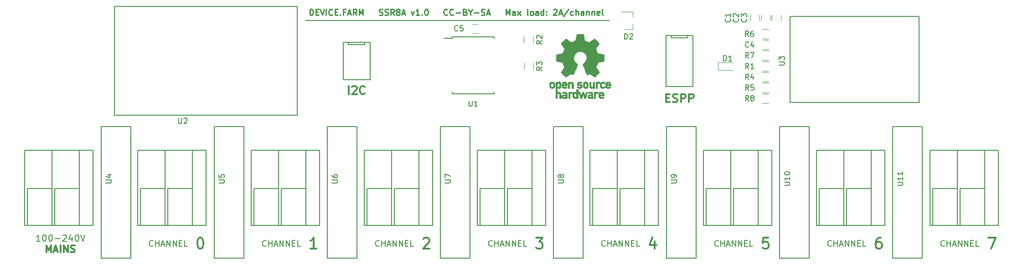
<source format=gbr>
G04 #@! TF.FileFunction,Legend,Top*
%FSLAX46Y46*%
G04 Gerber Fmt 4.6, Leading zero omitted, Abs format (unit mm)*
G04 Created by KiCad (PCBNEW 4.0.7-e2-6376~58~ubuntu16.04.1) date Thu Jul 12 19:01:00 2018*
%MOMM*%
%LPD*%
G01*
G04 APERTURE LIST*
%ADD10C,0.100000*%
%ADD11C,0.200000*%
%ADD12C,0.275000*%
%ADD13C,0.300000*%
%ADD14C,0.150000*%
%ADD15C,0.120000*%
%ADD16C,0.010000*%
G04 APERTURE END LIST*
D10*
D11*
X102500000Y-92500000D02*
X159000000Y-92500000D01*
D12*
X103314288Y-91497619D02*
X103314288Y-90397619D01*
X103576193Y-90397619D01*
X103733335Y-90450000D01*
X103838097Y-90554762D01*
X103890478Y-90659524D01*
X103942859Y-90869048D01*
X103942859Y-91026190D01*
X103890478Y-91235714D01*
X103838097Y-91340476D01*
X103733335Y-91445238D01*
X103576193Y-91497619D01*
X103314288Y-91497619D01*
X104414288Y-90921429D02*
X104780954Y-90921429D01*
X104938097Y-91497619D02*
X104414288Y-91497619D01*
X104414288Y-90397619D01*
X104938097Y-90397619D01*
X105252383Y-90397619D02*
X105619050Y-91497619D01*
X105985716Y-90397619D01*
X106352383Y-91497619D02*
X106352383Y-90397619D01*
X107504764Y-91392857D02*
X107452383Y-91445238D01*
X107295240Y-91497619D01*
X107190478Y-91497619D01*
X107033336Y-91445238D01*
X106928574Y-91340476D01*
X106876193Y-91235714D01*
X106823812Y-91026190D01*
X106823812Y-90869048D01*
X106876193Y-90659524D01*
X106928574Y-90554762D01*
X107033336Y-90450000D01*
X107190478Y-90397619D01*
X107295240Y-90397619D01*
X107452383Y-90450000D01*
X107504764Y-90502381D01*
X107976193Y-90921429D02*
X108342859Y-90921429D01*
X108500002Y-91497619D02*
X107976193Y-91497619D01*
X107976193Y-90397619D01*
X108500002Y-90397619D01*
X108971431Y-91392857D02*
X109023812Y-91445238D01*
X108971431Y-91497619D01*
X108919050Y-91445238D01*
X108971431Y-91392857D01*
X108971431Y-91497619D01*
X109861907Y-90921429D02*
X109495241Y-90921429D01*
X109495241Y-91497619D02*
X109495241Y-90397619D01*
X110019050Y-90397619D01*
X110385717Y-91183333D02*
X110909526Y-91183333D01*
X110280955Y-91497619D02*
X110647622Y-90397619D01*
X111014288Y-91497619D01*
X112009526Y-91497619D02*
X111642860Y-90973810D01*
X111380955Y-91497619D02*
X111380955Y-90397619D01*
X111800002Y-90397619D01*
X111904764Y-90450000D01*
X111957145Y-90502381D01*
X112009526Y-90607143D01*
X112009526Y-90764286D01*
X111957145Y-90869048D01*
X111904764Y-90921429D01*
X111800002Y-90973810D01*
X111380955Y-90973810D01*
X112480955Y-91497619D02*
X112480955Y-90397619D01*
X112847621Y-91183333D01*
X113214288Y-90397619D01*
X113214288Y-91497619D01*
X116200002Y-91445238D02*
X116357145Y-91497619D01*
X116619049Y-91497619D01*
X116723811Y-91445238D01*
X116776192Y-91392857D01*
X116828573Y-91288095D01*
X116828573Y-91183333D01*
X116776192Y-91078571D01*
X116723811Y-91026190D01*
X116619049Y-90973810D01*
X116409526Y-90921429D01*
X116304764Y-90869048D01*
X116252383Y-90816667D01*
X116200002Y-90711905D01*
X116200002Y-90607143D01*
X116252383Y-90502381D01*
X116304764Y-90450000D01*
X116409526Y-90397619D01*
X116671430Y-90397619D01*
X116828573Y-90450000D01*
X117247621Y-91445238D02*
X117404764Y-91497619D01*
X117666668Y-91497619D01*
X117771430Y-91445238D01*
X117823811Y-91392857D01*
X117876192Y-91288095D01*
X117876192Y-91183333D01*
X117823811Y-91078571D01*
X117771430Y-91026190D01*
X117666668Y-90973810D01*
X117457145Y-90921429D01*
X117352383Y-90869048D01*
X117300002Y-90816667D01*
X117247621Y-90711905D01*
X117247621Y-90607143D01*
X117300002Y-90502381D01*
X117352383Y-90450000D01*
X117457145Y-90397619D01*
X117719049Y-90397619D01*
X117876192Y-90450000D01*
X118976192Y-91497619D02*
X118609526Y-90973810D01*
X118347621Y-91497619D02*
X118347621Y-90397619D01*
X118766668Y-90397619D01*
X118871430Y-90450000D01*
X118923811Y-90502381D01*
X118976192Y-90607143D01*
X118976192Y-90764286D01*
X118923811Y-90869048D01*
X118871430Y-90921429D01*
X118766668Y-90973810D01*
X118347621Y-90973810D01*
X119604764Y-90869048D02*
X119500002Y-90816667D01*
X119447621Y-90764286D01*
X119395240Y-90659524D01*
X119395240Y-90607143D01*
X119447621Y-90502381D01*
X119500002Y-90450000D01*
X119604764Y-90397619D01*
X119814287Y-90397619D01*
X119919049Y-90450000D01*
X119971430Y-90502381D01*
X120023811Y-90607143D01*
X120023811Y-90659524D01*
X119971430Y-90764286D01*
X119919049Y-90816667D01*
X119814287Y-90869048D01*
X119604764Y-90869048D01*
X119500002Y-90921429D01*
X119447621Y-90973810D01*
X119395240Y-91078571D01*
X119395240Y-91288095D01*
X119447621Y-91392857D01*
X119500002Y-91445238D01*
X119604764Y-91497619D01*
X119814287Y-91497619D01*
X119919049Y-91445238D01*
X119971430Y-91392857D01*
X120023811Y-91288095D01*
X120023811Y-91078571D01*
X119971430Y-90973810D01*
X119919049Y-90921429D01*
X119814287Y-90869048D01*
X120442859Y-91183333D02*
X120966668Y-91183333D01*
X120338097Y-91497619D02*
X120704764Y-90397619D01*
X121071430Y-91497619D01*
X122171430Y-90764286D02*
X122433335Y-91497619D01*
X122695239Y-90764286D01*
X123690477Y-91497619D02*
X123061906Y-91497619D01*
X123376192Y-91497619D02*
X123376192Y-90397619D01*
X123271430Y-90554762D01*
X123166668Y-90659524D01*
X123061906Y-90711905D01*
X124161906Y-91392857D02*
X124214287Y-91445238D01*
X124161906Y-91497619D01*
X124109525Y-91445238D01*
X124161906Y-91392857D01*
X124161906Y-91497619D01*
X124895240Y-90397619D02*
X125000001Y-90397619D01*
X125104763Y-90450000D01*
X125157144Y-90502381D01*
X125209525Y-90607143D01*
X125261906Y-90816667D01*
X125261906Y-91078571D01*
X125209525Y-91288095D01*
X125157144Y-91392857D01*
X125104763Y-91445238D01*
X125000001Y-91497619D01*
X124895240Y-91497619D01*
X124790478Y-91445238D01*
X124738097Y-91392857D01*
X124685716Y-91288095D01*
X124633335Y-91078571D01*
X124633335Y-90816667D01*
X124685716Y-90607143D01*
X124738097Y-90502381D01*
X124790478Y-90450000D01*
X124895240Y-90397619D01*
X128876191Y-91392857D02*
X128823810Y-91445238D01*
X128666667Y-91497619D01*
X128561905Y-91497619D01*
X128404763Y-91445238D01*
X128300001Y-91340476D01*
X128247620Y-91235714D01*
X128195239Y-91026190D01*
X128195239Y-90869048D01*
X128247620Y-90659524D01*
X128300001Y-90554762D01*
X128404763Y-90450000D01*
X128561905Y-90397619D01*
X128666667Y-90397619D01*
X128823810Y-90450000D01*
X128876191Y-90502381D01*
X129976191Y-91392857D02*
X129923810Y-91445238D01*
X129766667Y-91497619D01*
X129661905Y-91497619D01*
X129504763Y-91445238D01*
X129400001Y-91340476D01*
X129347620Y-91235714D01*
X129295239Y-91026190D01*
X129295239Y-90869048D01*
X129347620Y-90659524D01*
X129400001Y-90554762D01*
X129504763Y-90450000D01*
X129661905Y-90397619D01*
X129766667Y-90397619D01*
X129923810Y-90450000D01*
X129976191Y-90502381D01*
X130447620Y-91078571D02*
X131285715Y-91078571D01*
X132176191Y-90921429D02*
X132333334Y-90973810D01*
X132385715Y-91026190D01*
X132438096Y-91130952D01*
X132438096Y-91288095D01*
X132385715Y-91392857D01*
X132333334Y-91445238D01*
X132228572Y-91497619D01*
X131809525Y-91497619D01*
X131809525Y-90397619D01*
X132176191Y-90397619D01*
X132280953Y-90450000D01*
X132333334Y-90502381D01*
X132385715Y-90607143D01*
X132385715Y-90711905D01*
X132333334Y-90816667D01*
X132280953Y-90869048D01*
X132176191Y-90921429D01*
X131809525Y-90921429D01*
X133119049Y-90973810D02*
X133119049Y-91497619D01*
X132752382Y-90397619D02*
X133119049Y-90973810D01*
X133485715Y-90397619D01*
X133852382Y-91078571D02*
X134690477Y-91078571D01*
X135161906Y-91445238D02*
X135319049Y-91497619D01*
X135580953Y-91497619D01*
X135685715Y-91445238D01*
X135738096Y-91392857D01*
X135790477Y-91288095D01*
X135790477Y-91183333D01*
X135738096Y-91078571D01*
X135685715Y-91026190D01*
X135580953Y-90973810D01*
X135371430Y-90921429D01*
X135266668Y-90869048D01*
X135214287Y-90816667D01*
X135161906Y-90711905D01*
X135161906Y-90607143D01*
X135214287Y-90502381D01*
X135266668Y-90450000D01*
X135371430Y-90397619D01*
X135633334Y-90397619D01*
X135790477Y-90450000D01*
X136209525Y-91183333D02*
X136733334Y-91183333D01*
X136104763Y-91497619D02*
X136471430Y-90397619D01*
X136838096Y-91497619D01*
X139719048Y-91497619D02*
X139719048Y-90397619D01*
X140085714Y-91183333D01*
X140452381Y-90397619D01*
X140452381Y-91497619D01*
X141447619Y-91497619D02*
X141447619Y-90921429D01*
X141395238Y-90816667D01*
X141290476Y-90764286D01*
X141080953Y-90764286D01*
X140976191Y-90816667D01*
X141447619Y-91445238D02*
X141342857Y-91497619D01*
X141080953Y-91497619D01*
X140976191Y-91445238D01*
X140923810Y-91340476D01*
X140923810Y-91235714D01*
X140976191Y-91130952D01*
X141080953Y-91078571D01*
X141342857Y-91078571D01*
X141447619Y-91026190D01*
X141866667Y-91497619D02*
X142442857Y-90764286D01*
X141866667Y-90764286D02*
X142442857Y-91497619D01*
X143857143Y-91497619D02*
X143752381Y-91445238D01*
X143700000Y-91340476D01*
X143700000Y-90397619D01*
X144433333Y-91497619D02*
X144328571Y-91445238D01*
X144276190Y-91392857D01*
X144223809Y-91288095D01*
X144223809Y-90973810D01*
X144276190Y-90869048D01*
X144328571Y-90816667D01*
X144433333Y-90764286D01*
X144590475Y-90764286D01*
X144695237Y-90816667D01*
X144747618Y-90869048D01*
X144799999Y-90973810D01*
X144799999Y-91288095D01*
X144747618Y-91392857D01*
X144695237Y-91445238D01*
X144590475Y-91497619D01*
X144433333Y-91497619D01*
X145742856Y-91497619D02*
X145742856Y-90921429D01*
X145690475Y-90816667D01*
X145585713Y-90764286D01*
X145376190Y-90764286D01*
X145271428Y-90816667D01*
X145742856Y-91445238D02*
X145638094Y-91497619D01*
X145376190Y-91497619D01*
X145271428Y-91445238D01*
X145219047Y-91340476D01*
X145219047Y-91235714D01*
X145271428Y-91130952D01*
X145376190Y-91078571D01*
X145638094Y-91078571D01*
X145742856Y-91026190D01*
X146738094Y-91497619D02*
X146738094Y-90397619D01*
X146738094Y-91445238D02*
X146633332Y-91497619D01*
X146423809Y-91497619D01*
X146319047Y-91445238D01*
X146266666Y-91392857D01*
X146214285Y-91288095D01*
X146214285Y-90973810D01*
X146266666Y-90869048D01*
X146319047Y-90816667D01*
X146423809Y-90764286D01*
X146633332Y-90764286D01*
X146738094Y-90816667D01*
X147261904Y-91392857D02*
X147314285Y-91445238D01*
X147261904Y-91497619D01*
X147209523Y-91445238D01*
X147261904Y-91392857D01*
X147261904Y-91497619D01*
X147261904Y-90816667D02*
X147314285Y-90869048D01*
X147261904Y-90921429D01*
X147209523Y-90869048D01*
X147261904Y-90816667D01*
X147261904Y-90921429D01*
X148571428Y-90502381D02*
X148623809Y-90450000D01*
X148728571Y-90397619D01*
X148990475Y-90397619D01*
X149095237Y-90450000D01*
X149147618Y-90502381D01*
X149199999Y-90607143D01*
X149199999Y-90711905D01*
X149147618Y-90869048D01*
X148519047Y-91497619D01*
X149199999Y-91497619D01*
X149619047Y-91183333D02*
X150142856Y-91183333D01*
X149514285Y-91497619D02*
X149880952Y-90397619D01*
X150247618Y-91497619D01*
X151399999Y-90345238D02*
X150457142Y-91759524D01*
X152238094Y-91445238D02*
X152133332Y-91497619D01*
X151923809Y-91497619D01*
X151819047Y-91445238D01*
X151766666Y-91392857D01*
X151714285Y-91288095D01*
X151714285Y-90973810D01*
X151766666Y-90869048D01*
X151819047Y-90816667D01*
X151923809Y-90764286D01*
X152133332Y-90764286D01*
X152238094Y-90816667D01*
X152709523Y-91497619D02*
X152709523Y-90397619D01*
X153180951Y-91497619D02*
X153180951Y-90921429D01*
X153128570Y-90816667D01*
X153023808Y-90764286D01*
X152866666Y-90764286D01*
X152761904Y-90816667D01*
X152709523Y-90869048D01*
X154176189Y-91497619D02*
X154176189Y-90921429D01*
X154123808Y-90816667D01*
X154019046Y-90764286D01*
X153809523Y-90764286D01*
X153704761Y-90816667D01*
X154176189Y-91445238D02*
X154071427Y-91497619D01*
X153809523Y-91497619D01*
X153704761Y-91445238D01*
X153652380Y-91340476D01*
X153652380Y-91235714D01*
X153704761Y-91130952D01*
X153809523Y-91078571D01*
X154071427Y-91078571D01*
X154176189Y-91026190D01*
X154699999Y-90764286D02*
X154699999Y-91497619D01*
X154699999Y-90869048D02*
X154752380Y-90816667D01*
X154857142Y-90764286D01*
X155014284Y-90764286D01*
X155119046Y-90816667D01*
X155171427Y-90921429D01*
X155171427Y-91497619D01*
X155695237Y-90764286D02*
X155695237Y-91497619D01*
X155695237Y-90869048D02*
X155747618Y-90816667D01*
X155852380Y-90764286D01*
X156009522Y-90764286D01*
X156114284Y-90816667D01*
X156166665Y-90921429D01*
X156166665Y-91497619D01*
X157109522Y-91445238D02*
X157004760Y-91497619D01*
X156795237Y-91497619D01*
X156690475Y-91445238D01*
X156638094Y-91340476D01*
X156638094Y-90921429D01*
X156690475Y-90816667D01*
X156795237Y-90764286D01*
X157004760Y-90764286D01*
X157109522Y-90816667D01*
X157161903Y-90921429D01*
X157161903Y-91026190D01*
X156638094Y-91130952D01*
X157790475Y-91497619D02*
X157685713Y-91445238D01*
X157633332Y-91340476D01*
X157633332Y-90397619D01*
D13*
X169464286Y-106892857D02*
X169964286Y-106892857D01*
X170178572Y-107678571D02*
X169464286Y-107678571D01*
X169464286Y-106178571D01*
X170178572Y-106178571D01*
X170750000Y-107607143D02*
X170964286Y-107678571D01*
X171321429Y-107678571D01*
X171464286Y-107607143D01*
X171535715Y-107535714D01*
X171607143Y-107392857D01*
X171607143Y-107250000D01*
X171535715Y-107107143D01*
X171464286Y-107035714D01*
X171321429Y-106964286D01*
X171035715Y-106892857D01*
X170892857Y-106821429D01*
X170821429Y-106750000D01*
X170750000Y-106607143D01*
X170750000Y-106464286D01*
X170821429Y-106321429D01*
X170892857Y-106250000D01*
X171035715Y-106178571D01*
X171392857Y-106178571D01*
X171607143Y-106250000D01*
X172250000Y-107678571D02*
X172250000Y-106178571D01*
X172821428Y-106178571D01*
X172964286Y-106250000D01*
X173035714Y-106321429D01*
X173107143Y-106464286D01*
X173107143Y-106678571D01*
X173035714Y-106821429D01*
X172964286Y-106892857D01*
X172821428Y-106964286D01*
X172250000Y-106964286D01*
X173750000Y-107678571D02*
X173750000Y-106178571D01*
X174321428Y-106178571D01*
X174464286Y-106250000D01*
X174535714Y-106321429D01*
X174607143Y-106464286D01*
X174607143Y-106678571D01*
X174535714Y-106821429D01*
X174464286Y-106892857D01*
X174321428Y-106964286D01*
X173750000Y-106964286D01*
X110535715Y-106178571D02*
X110535715Y-104678571D01*
X111178572Y-104821429D02*
X111250001Y-104750000D01*
X111392858Y-104678571D01*
X111750001Y-104678571D01*
X111892858Y-104750000D01*
X111964287Y-104821429D01*
X112035715Y-104964286D01*
X112035715Y-105107143D01*
X111964287Y-105321429D01*
X111107144Y-106178571D01*
X112035715Y-106178571D01*
X113535715Y-106035714D02*
X113464286Y-106107143D01*
X113250000Y-106178571D01*
X113107143Y-106178571D01*
X112892858Y-106107143D01*
X112750000Y-105964286D01*
X112678572Y-105821429D01*
X112607143Y-105535714D01*
X112607143Y-105321429D01*
X112678572Y-105035714D01*
X112750000Y-104892857D01*
X112892858Y-104750000D01*
X113107143Y-104678571D01*
X113250000Y-104678571D01*
X113464286Y-104750000D01*
X113535715Y-104821429D01*
X229333333Y-132904762D02*
X230666667Y-132904762D01*
X229809524Y-134904762D01*
X209380952Y-132904762D02*
X209000000Y-132904762D01*
X208809524Y-133000000D01*
X208714286Y-133095238D01*
X208523809Y-133380952D01*
X208428571Y-133761905D01*
X208428571Y-134523810D01*
X208523809Y-134714286D01*
X208619048Y-134809524D01*
X208809524Y-134904762D01*
X209190476Y-134904762D01*
X209380952Y-134809524D01*
X209476190Y-134714286D01*
X209571429Y-134523810D01*
X209571429Y-134047619D01*
X209476190Y-133857143D01*
X209380952Y-133761905D01*
X209190476Y-133666667D01*
X208809524Y-133666667D01*
X208619048Y-133761905D01*
X208523809Y-133857143D01*
X208428571Y-134047619D01*
X188476190Y-132904762D02*
X187523809Y-132904762D01*
X187428571Y-133857143D01*
X187523809Y-133761905D01*
X187714286Y-133666667D01*
X188190476Y-133666667D01*
X188380952Y-133761905D01*
X188476190Y-133857143D01*
X188571429Y-134047619D01*
X188571429Y-134523810D01*
X188476190Y-134714286D01*
X188380952Y-134809524D01*
X188190476Y-134904762D01*
X187714286Y-134904762D01*
X187523809Y-134809524D01*
X187428571Y-134714286D01*
X167380952Y-133571429D02*
X167380952Y-134904762D01*
X166904762Y-132809524D02*
X166428571Y-134238095D01*
X167666667Y-134238095D01*
X145333333Y-132904762D02*
X146571429Y-132904762D01*
X145904762Y-133666667D01*
X146190476Y-133666667D01*
X146380952Y-133761905D01*
X146476190Y-133857143D01*
X146571429Y-134047619D01*
X146571429Y-134523810D01*
X146476190Y-134714286D01*
X146380952Y-134809524D01*
X146190476Y-134904762D01*
X145619048Y-134904762D01*
X145428571Y-134809524D01*
X145333333Y-134714286D01*
X124428571Y-133095238D02*
X124523809Y-133000000D01*
X124714286Y-132904762D01*
X125190476Y-132904762D01*
X125380952Y-133000000D01*
X125476190Y-133095238D01*
X125571429Y-133285714D01*
X125571429Y-133476190D01*
X125476190Y-133761905D01*
X124333333Y-134904762D01*
X125571429Y-134904762D01*
X104571429Y-134904762D02*
X103428571Y-134904762D01*
X104000000Y-134904762D02*
X104000000Y-132904762D01*
X103809524Y-133190476D01*
X103619048Y-133380952D01*
X103428571Y-133476190D01*
D11*
X221197619Y-134392857D02*
X221145238Y-134445238D01*
X220988095Y-134497619D01*
X220883333Y-134497619D01*
X220726191Y-134445238D01*
X220621429Y-134340476D01*
X220569048Y-134235714D01*
X220516667Y-134026190D01*
X220516667Y-133869048D01*
X220569048Y-133659524D01*
X220621429Y-133554762D01*
X220726191Y-133450000D01*
X220883333Y-133397619D01*
X220988095Y-133397619D01*
X221145238Y-133450000D01*
X221197619Y-133502381D01*
X221669048Y-134497619D02*
X221669048Y-133397619D01*
X221669048Y-133921429D02*
X222297619Y-133921429D01*
X222297619Y-134497619D02*
X222297619Y-133397619D01*
X222769048Y-134183333D02*
X223292857Y-134183333D01*
X222664286Y-134497619D02*
X223030953Y-133397619D01*
X223397619Y-134497619D01*
X223764286Y-134497619D02*
X223764286Y-133397619D01*
X224392857Y-134497619D01*
X224392857Y-133397619D01*
X224916667Y-134497619D02*
X224916667Y-133397619D01*
X225545238Y-134497619D01*
X225545238Y-133397619D01*
X226069048Y-133921429D02*
X226435714Y-133921429D01*
X226592857Y-134497619D02*
X226069048Y-134497619D01*
X226069048Y-133397619D01*
X226592857Y-133397619D01*
X227588095Y-134497619D02*
X227064286Y-134497619D01*
X227064286Y-133397619D01*
X200197619Y-134392857D02*
X200145238Y-134445238D01*
X199988095Y-134497619D01*
X199883333Y-134497619D01*
X199726191Y-134445238D01*
X199621429Y-134340476D01*
X199569048Y-134235714D01*
X199516667Y-134026190D01*
X199516667Y-133869048D01*
X199569048Y-133659524D01*
X199621429Y-133554762D01*
X199726191Y-133450000D01*
X199883333Y-133397619D01*
X199988095Y-133397619D01*
X200145238Y-133450000D01*
X200197619Y-133502381D01*
X200669048Y-134497619D02*
X200669048Y-133397619D01*
X200669048Y-133921429D02*
X201297619Y-133921429D01*
X201297619Y-134497619D02*
X201297619Y-133397619D01*
X201769048Y-134183333D02*
X202292857Y-134183333D01*
X201664286Y-134497619D02*
X202030953Y-133397619D01*
X202397619Y-134497619D01*
X202764286Y-134497619D02*
X202764286Y-133397619D01*
X203392857Y-134497619D01*
X203392857Y-133397619D01*
X203916667Y-134497619D02*
X203916667Y-133397619D01*
X204545238Y-134497619D01*
X204545238Y-133397619D01*
X205069048Y-133921429D02*
X205435714Y-133921429D01*
X205592857Y-134497619D02*
X205069048Y-134497619D01*
X205069048Y-133397619D01*
X205592857Y-133397619D01*
X206588095Y-134497619D02*
X206064286Y-134497619D01*
X206064286Y-133397619D01*
X179197619Y-134392857D02*
X179145238Y-134445238D01*
X178988095Y-134497619D01*
X178883333Y-134497619D01*
X178726191Y-134445238D01*
X178621429Y-134340476D01*
X178569048Y-134235714D01*
X178516667Y-134026190D01*
X178516667Y-133869048D01*
X178569048Y-133659524D01*
X178621429Y-133554762D01*
X178726191Y-133450000D01*
X178883333Y-133397619D01*
X178988095Y-133397619D01*
X179145238Y-133450000D01*
X179197619Y-133502381D01*
X179669048Y-134497619D02*
X179669048Y-133397619D01*
X179669048Y-133921429D02*
X180297619Y-133921429D01*
X180297619Y-134497619D02*
X180297619Y-133397619D01*
X180769048Y-134183333D02*
X181292857Y-134183333D01*
X180664286Y-134497619D02*
X181030953Y-133397619D01*
X181397619Y-134497619D01*
X181764286Y-134497619D02*
X181764286Y-133397619D01*
X182392857Y-134497619D01*
X182392857Y-133397619D01*
X182916667Y-134497619D02*
X182916667Y-133397619D01*
X183545238Y-134497619D01*
X183545238Y-133397619D01*
X184069048Y-133921429D02*
X184435714Y-133921429D01*
X184592857Y-134497619D02*
X184069048Y-134497619D01*
X184069048Y-133397619D01*
X184592857Y-133397619D01*
X185588095Y-134497619D02*
X185064286Y-134497619D01*
X185064286Y-133397619D01*
X158197619Y-134392857D02*
X158145238Y-134445238D01*
X157988095Y-134497619D01*
X157883333Y-134497619D01*
X157726191Y-134445238D01*
X157621429Y-134340476D01*
X157569048Y-134235714D01*
X157516667Y-134026190D01*
X157516667Y-133869048D01*
X157569048Y-133659524D01*
X157621429Y-133554762D01*
X157726191Y-133450000D01*
X157883333Y-133397619D01*
X157988095Y-133397619D01*
X158145238Y-133450000D01*
X158197619Y-133502381D01*
X158669048Y-134497619D02*
X158669048Y-133397619D01*
X158669048Y-133921429D02*
X159297619Y-133921429D01*
X159297619Y-134497619D02*
X159297619Y-133397619D01*
X159769048Y-134183333D02*
X160292857Y-134183333D01*
X159664286Y-134497619D02*
X160030953Y-133397619D01*
X160397619Y-134497619D01*
X160764286Y-134497619D02*
X160764286Y-133397619D01*
X161392857Y-134497619D01*
X161392857Y-133397619D01*
X161916667Y-134497619D02*
X161916667Y-133397619D01*
X162545238Y-134497619D01*
X162545238Y-133397619D01*
X163069048Y-133921429D02*
X163435714Y-133921429D01*
X163592857Y-134497619D02*
X163069048Y-134497619D01*
X163069048Y-133397619D01*
X163592857Y-133397619D01*
X164588095Y-134497619D02*
X164064286Y-134497619D01*
X164064286Y-133397619D01*
X137197619Y-134392857D02*
X137145238Y-134445238D01*
X136988095Y-134497619D01*
X136883333Y-134497619D01*
X136726191Y-134445238D01*
X136621429Y-134340476D01*
X136569048Y-134235714D01*
X136516667Y-134026190D01*
X136516667Y-133869048D01*
X136569048Y-133659524D01*
X136621429Y-133554762D01*
X136726191Y-133450000D01*
X136883333Y-133397619D01*
X136988095Y-133397619D01*
X137145238Y-133450000D01*
X137197619Y-133502381D01*
X137669048Y-134497619D02*
X137669048Y-133397619D01*
X137669048Y-133921429D02*
X138297619Y-133921429D01*
X138297619Y-134497619D02*
X138297619Y-133397619D01*
X138769048Y-134183333D02*
X139292857Y-134183333D01*
X138664286Y-134497619D02*
X139030953Y-133397619D01*
X139397619Y-134497619D01*
X139764286Y-134497619D02*
X139764286Y-133397619D01*
X140392857Y-134497619D01*
X140392857Y-133397619D01*
X140916667Y-134497619D02*
X140916667Y-133397619D01*
X141545238Y-134497619D01*
X141545238Y-133397619D01*
X142069048Y-133921429D02*
X142435714Y-133921429D01*
X142592857Y-134497619D02*
X142069048Y-134497619D01*
X142069048Y-133397619D01*
X142592857Y-133397619D01*
X143588095Y-134497619D02*
X143064286Y-134497619D01*
X143064286Y-133397619D01*
X116197619Y-134392857D02*
X116145238Y-134445238D01*
X115988095Y-134497619D01*
X115883333Y-134497619D01*
X115726191Y-134445238D01*
X115621429Y-134340476D01*
X115569048Y-134235714D01*
X115516667Y-134026190D01*
X115516667Y-133869048D01*
X115569048Y-133659524D01*
X115621429Y-133554762D01*
X115726191Y-133450000D01*
X115883333Y-133397619D01*
X115988095Y-133397619D01*
X116145238Y-133450000D01*
X116197619Y-133502381D01*
X116669048Y-134497619D02*
X116669048Y-133397619D01*
X116669048Y-133921429D02*
X117297619Y-133921429D01*
X117297619Y-134497619D02*
X117297619Y-133397619D01*
X117769048Y-134183333D02*
X118292857Y-134183333D01*
X117664286Y-134497619D02*
X118030953Y-133397619D01*
X118397619Y-134497619D01*
X118764286Y-134497619D02*
X118764286Y-133397619D01*
X119392857Y-134497619D01*
X119392857Y-133397619D01*
X119916667Y-134497619D02*
X119916667Y-133397619D01*
X120545238Y-134497619D01*
X120545238Y-133397619D01*
X121069048Y-133921429D02*
X121435714Y-133921429D01*
X121592857Y-134497619D02*
X121069048Y-134497619D01*
X121069048Y-133397619D01*
X121592857Y-133397619D01*
X122588095Y-134497619D02*
X122064286Y-134497619D01*
X122064286Y-133397619D01*
X95197619Y-134392857D02*
X95145238Y-134445238D01*
X94988095Y-134497619D01*
X94883333Y-134497619D01*
X94726191Y-134445238D01*
X94621429Y-134340476D01*
X94569048Y-134235714D01*
X94516667Y-134026190D01*
X94516667Y-133869048D01*
X94569048Y-133659524D01*
X94621429Y-133554762D01*
X94726191Y-133450000D01*
X94883333Y-133397619D01*
X94988095Y-133397619D01*
X95145238Y-133450000D01*
X95197619Y-133502381D01*
X95669048Y-134497619D02*
X95669048Y-133397619D01*
X95669048Y-133921429D02*
X96297619Y-133921429D01*
X96297619Y-134497619D02*
X96297619Y-133397619D01*
X96769048Y-134183333D02*
X97292857Y-134183333D01*
X96664286Y-134497619D02*
X97030953Y-133397619D01*
X97397619Y-134497619D01*
X97764286Y-134497619D02*
X97764286Y-133397619D01*
X98392857Y-134497619D01*
X98392857Y-133397619D01*
X98916667Y-134497619D02*
X98916667Y-133397619D01*
X99545238Y-134497619D01*
X99545238Y-133397619D01*
X100069048Y-133921429D02*
X100435714Y-133921429D01*
X100592857Y-134497619D02*
X100069048Y-134497619D01*
X100069048Y-133397619D01*
X100592857Y-133397619D01*
X101588095Y-134497619D02*
X101064286Y-134497619D01*
X101064286Y-133397619D01*
X74197619Y-134392857D02*
X74145238Y-134445238D01*
X73988095Y-134497619D01*
X73883333Y-134497619D01*
X73726191Y-134445238D01*
X73621429Y-134340476D01*
X73569048Y-134235714D01*
X73516667Y-134026190D01*
X73516667Y-133869048D01*
X73569048Y-133659524D01*
X73621429Y-133554762D01*
X73726191Y-133450000D01*
X73883333Y-133397619D01*
X73988095Y-133397619D01*
X74145238Y-133450000D01*
X74197619Y-133502381D01*
X74669048Y-134497619D02*
X74669048Y-133397619D01*
X74669048Y-133921429D02*
X75297619Y-133921429D01*
X75297619Y-134497619D02*
X75297619Y-133397619D01*
X75769048Y-134183333D02*
X76292857Y-134183333D01*
X75664286Y-134497619D02*
X76030953Y-133397619D01*
X76397619Y-134497619D01*
X76764286Y-134497619D02*
X76764286Y-133397619D01*
X77392857Y-134497619D01*
X77392857Y-133397619D01*
X77916667Y-134497619D02*
X77916667Y-133397619D01*
X78545238Y-134497619D01*
X78545238Y-133397619D01*
X79069048Y-133921429D02*
X79435714Y-133921429D01*
X79592857Y-134497619D02*
X79069048Y-134497619D01*
X79069048Y-133397619D01*
X79592857Y-133397619D01*
X80588095Y-134497619D02*
X80064286Y-134497619D01*
X80064286Y-133397619D01*
D13*
X82904762Y-132904762D02*
X83095238Y-132904762D01*
X83285714Y-133000000D01*
X83380952Y-133095238D01*
X83476190Y-133285714D01*
X83571429Y-133666667D01*
X83571429Y-134142857D01*
X83476190Y-134523810D01*
X83380952Y-134714286D01*
X83285714Y-134809524D01*
X83095238Y-134904762D01*
X82904762Y-134904762D01*
X82714286Y-134809524D01*
X82619048Y-134714286D01*
X82523809Y-134523810D01*
X82428571Y-134142857D01*
X82428571Y-133666667D01*
X82523809Y-133285714D01*
X82619048Y-133095238D01*
X82714286Y-133000000D01*
X82904762Y-132904762D01*
D11*
X53228573Y-133542857D02*
X52542858Y-133542857D01*
X52885716Y-133542857D02*
X52885716Y-132342857D01*
X52771430Y-132514286D01*
X52657144Y-132628571D01*
X52542858Y-132685714D01*
X53971430Y-132342857D02*
X54085715Y-132342857D01*
X54200001Y-132400000D01*
X54257144Y-132457143D01*
X54314287Y-132571429D01*
X54371430Y-132800000D01*
X54371430Y-133085714D01*
X54314287Y-133314286D01*
X54257144Y-133428571D01*
X54200001Y-133485714D01*
X54085715Y-133542857D01*
X53971430Y-133542857D01*
X53857144Y-133485714D01*
X53800001Y-133428571D01*
X53742858Y-133314286D01*
X53685715Y-133085714D01*
X53685715Y-132800000D01*
X53742858Y-132571429D01*
X53800001Y-132457143D01*
X53857144Y-132400000D01*
X53971430Y-132342857D01*
X55114287Y-132342857D02*
X55228572Y-132342857D01*
X55342858Y-132400000D01*
X55400001Y-132457143D01*
X55457144Y-132571429D01*
X55514287Y-132800000D01*
X55514287Y-133085714D01*
X55457144Y-133314286D01*
X55400001Y-133428571D01*
X55342858Y-133485714D01*
X55228572Y-133542857D01*
X55114287Y-133542857D01*
X55000001Y-133485714D01*
X54942858Y-133428571D01*
X54885715Y-133314286D01*
X54828572Y-133085714D01*
X54828572Y-132800000D01*
X54885715Y-132571429D01*
X54942858Y-132457143D01*
X55000001Y-132400000D01*
X55114287Y-132342857D01*
X56028572Y-133085714D02*
X56942858Y-133085714D01*
X57457143Y-132457143D02*
X57514286Y-132400000D01*
X57628572Y-132342857D01*
X57914286Y-132342857D01*
X58028572Y-132400000D01*
X58085715Y-132457143D01*
X58142858Y-132571429D01*
X58142858Y-132685714D01*
X58085715Y-132857143D01*
X57400001Y-133542857D01*
X58142858Y-133542857D01*
X59171429Y-132742857D02*
X59171429Y-133542857D01*
X58885715Y-132285714D02*
X58600000Y-133142857D01*
X59342858Y-133142857D01*
X60028572Y-132342857D02*
X60142857Y-132342857D01*
X60257143Y-132400000D01*
X60314286Y-132457143D01*
X60371429Y-132571429D01*
X60428572Y-132800000D01*
X60428572Y-133085714D01*
X60371429Y-133314286D01*
X60314286Y-133428571D01*
X60257143Y-133485714D01*
X60142857Y-133542857D01*
X60028572Y-133542857D01*
X59914286Y-133485714D01*
X59857143Y-133428571D01*
X59800000Y-133314286D01*
X59742857Y-133085714D01*
X59742857Y-132800000D01*
X59800000Y-132571429D01*
X59857143Y-132457143D01*
X59914286Y-132400000D01*
X60028572Y-132342857D01*
X60771429Y-132342857D02*
X61171429Y-133542857D01*
X61571429Y-132342857D01*
D13*
X54400000Y-135588095D02*
X54400000Y-134288095D01*
X54833333Y-135216667D01*
X55266666Y-134288095D01*
X55266666Y-135588095D01*
X55823809Y-135216667D02*
X56442857Y-135216667D01*
X55700000Y-135588095D02*
X56133333Y-134288095D01*
X56566666Y-135588095D01*
X57000000Y-135588095D02*
X57000000Y-134288095D01*
X57619048Y-135588095D02*
X57619048Y-134288095D01*
X58361905Y-135588095D01*
X58361905Y-134288095D01*
X58919048Y-135526190D02*
X59104762Y-135588095D01*
X59414286Y-135588095D01*
X59538096Y-135526190D01*
X59600000Y-135464286D01*
X59661905Y-135340476D01*
X59661905Y-135216667D01*
X59600000Y-135092857D01*
X59538096Y-135030952D01*
X59414286Y-134969048D01*
X59166667Y-134907143D01*
X59042858Y-134845238D01*
X58980953Y-134783333D01*
X58919048Y-134659524D01*
X58919048Y-134535714D01*
X58980953Y-134411905D01*
X59042858Y-134350000D01*
X59166667Y-134288095D01*
X59476191Y-134288095D01*
X59661905Y-134350000D01*
D14*
X55968000Y-123714000D02*
X55968000Y-130572000D01*
X60540000Y-123714000D02*
X55968000Y-123714000D01*
X50888000Y-123714000D02*
X50888000Y-130572000D01*
X55460000Y-123714000D02*
X50888000Y-123714000D01*
X60540000Y-116602000D02*
X60540000Y-130572000D01*
X55460000Y-116602000D02*
X55460000Y-130572000D01*
X63080000Y-130572000D02*
X63080000Y-116602000D01*
X50380000Y-130572000D02*
X63080000Y-130572000D01*
X50380000Y-116602000D02*
X50380000Y-130572000D01*
X50380000Y-116602000D02*
X63080000Y-116602000D01*
X76968000Y-123714000D02*
X76968000Y-130572000D01*
X81540000Y-123714000D02*
X76968000Y-123714000D01*
X71888000Y-123714000D02*
X71888000Y-130572000D01*
X76460000Y-123714000D02*
X71888000Y-123714000D01*
X81540000Y-116602000D02*
X81540000Y-130572000D01*
X76460000Y-116602000D02*
X76460000Y-130572000D01*
X84080000Y-130572000D02*
X84080000Y-116602000D01*
X71380000Y-130572000D02*
X84080000Y-130572000D01*
X71380000Y-116602000D02*
X71380000Y-130572000D01*
X71380000Y-116602000D02*
X84080000Y-116602000D01*
X98048000Y-123714000D02*
X98048000Y-130572000D01*
X102620000Y-123714000D02*
X98048000Y-123714000D01*
X92968000Y-123714000D02*
X92968000Y-130572000D01*
X97540000Y-123714000D02*
X92968000Y-123714000D01*
X102620000Y-116602000D02*
X102620000Y-130572000D01*
X97540000Y-116602000D02*
X97540000Y-130572000D01*
X105160000Y-130572000D02*
X105160000Y-116602000D01*
X92460000Y-130572000D02*
X105160000Y-130572000D01*
X92460000Y-116602000D02*
X92460000Y-130572000D01*
X92460000Y-116602000D02*
X105160000Y-116602000D01*
X119048000Y-123714000D02*
X119048000Y-130572000D01*
X123620000Y-123714000D02*
X119048000Y-123714000D01*
X113968000Y-123714000D02*
X113968000Y-130572000D01*
X118540000Y-123714000D02*
X113968000Y-123714000D01*
X123620000Y-116602000D02*
X123620000Y-130572000D01*
X118540000Y-116602000D02*
X118540000Y-130572000D01*
X126160000Y-130572000D02*
X126160000Y-116602000D01*
X113460000Y-130572000D02*
X126160000Y-130572000D01*
X113460000Y-116602000D02*
X113460000Y-130572000D01*
X113460000Y-116602000D02*
X126160000Y-116602000D01*
X140048000Y-123714000D02*
X140048000Y-130572000D01*
X144620000Y-123714000D02*
X140048000Y-123714000D01*
X134968000Y-123714000D02*
X134968000Y-130572000D01*
X139540000Y-123714000D02*
X134968000Y-123714000D01*
X144620000Y-116602000D02*
X144620000Y-130572000D01*
X139540000Y-116602000D02*
X139540000Y-130572000D01*
X147160000Y-130572000D02*
X147160000Y-116602000D01*
X134460000Y-130572000D02*
X147160000Y-130572000D01*
X134460000Y-116602000D02*
X134460000Y-130572000D01*
X134460000Y-116602000D02*
X147160000Y-116602000D01*
X160968000Y-123714000D02*
X160968000Y-130572000D01*
X165540000Y-123714000D02*
X160968000Y-123714000D01*
X155888000Y-123714000D02*
X155888000Y-130572000D01*
X160460000Y-123714000D02*
X155888000Y-123714000D01*
X165540000Y-116602000D02*
X165540000Y-130572000D01*
X160460000Y-116602000D02*
X160460000Y-130572000D01*
X168080000Y-130572000D02*
X168080000Y-116602000D01*
X155380000Y-130572000D02*
X168080000Y-130572000D01*
X155380000Y-116602000D02*
X155380000Y-130572000D01*
X155380000Y-116602000D02*
X168080000Y-116602000D01*
X181968000Y-123714000D02*
X181968000Y-130572000D01*
X186540000Y-123714000D02*
X181968000Y-123714000D01*
X176888000Y-123714000D02*
X176888000Y-130572000D01*
X181460000Y-123714000D02*
X176888000Y-123714000D01*
X186540000Y-116602000D02*
X186540000Y-130572000D01*
X181460000Y-116602000D02*
X181460000Y-130572000D01*
X189080000Y-130572000D02*
X189080000Y-116602000D01*
X176380000Y-130572000D02*
X189080000Y-130572000D01*
X176380000Y-116602000D02*
X176380000Y-130572000D01*
X176380000Y-116602000D02*
X189080000Y-116602000D01*
X203048000Y-123714000D02*
X203048000Y-130572000D01*
X207620000Y-123714000D02*
X203048000Y-123714000D01*
X197968000Y-123714000D02*
X197968000Y-130572000D01*
X202540000Y-123714000D02*
X197968000Y-123714000D01*
X207620000Y-116602000D02*
X207620000Y-130572000D01*
X202540000Y-116602000D02*
X202540000Y-130572000D01*
X210160000Y-130572000D02*
X210160000Y-116602000D01*
X197460000Y-130572000D02*
X210160000Y-130572000D01*
X197460000Y-116602000D02*
X197460000Y-130572000D01*
X197460000Y-116602000D02*
X210160000Y-116602000D01*
X224048000Y-123714000D02*
X224048000Y-130572000D01*
X228620000Y-123714000D02*
X224048000Y-123714000D01*
X218968000Y-123714000D02*
X218968000Y-130572000D01*
X223540000Y-123714000D02*
X218968000Y-123714000D01*
X228620000Y-116602000D02*
X228620000Y-130572000D01*
X223540000Y-116602000D02*
X223540000Y-130572000D01*
X231160000Y-130572000D02*
X231160000Y-116602000D01*
X218460000Y-130572000D02*
X231160000Y-130572000D01*
X218460000Y-116602000D02*
X218460000Y-130572000D01*
X218460000Y-116602000D02*
X231160000Y-116602000D01*
X129775000Y-95500000D02*
X129775000Y-95775000D01*
X137525000Y-95500000D02*
X137525000Y-95855000D01*
X137525000Y-106150000D02*
X137525000Y-105795000D01*
X129775000Y-106150000D02*
X129775000Y-105795000D01*
X129775000Y-95500000D02*
X137525000Y-95500000D01*
X129775000Y-106150000D02*
X137525000Y-106150000D01*
X129775000Y-95775000D02*
X128250000Y-95775000D01*
X67000000Y-110100000D02*
X67000000Y-89900000D01*
X101000000Y-110100000D02*
X67000000Y-110100000D01*
X101000000Y-89900000D02*
X101000000Y-110100000D01*
X67000000Y-89900000D02*
X101000000Y-89900000D01*
X216500000Y-107750000D02*
X192500000Y-107750000D01*
X216500000Y-91750000D02*
X216500000Y-107750000D01*
X192500000Y-91750000D02*
X216500000Y-91750000D01*
X192500000Y-107750000D02*
X192500000Y-91750000D01*
X70100000Y-112210000D02*
X64600000Y-112210000D01*
X70100000Y-136710000D02*
X70100000Y-112210000D01*
X64600000Y-136710000D02*
X70100000Y-136710000D01*
X64600000Y-112210000D02*
X64600000Y-136710000D01*
X91100000Y-112210000D02*
X85600000Y-112210000D01*
X91100000Y-136710000D02*
X91100000Y-112210000D01*
X85600000Y-136710000D02*
X91100000Y-136710000D01*
X85600000Y-112210000D02*
X85600000Y-136710000D01*
X112100000Y-112210000D02*
X106600000Y-112210000D01*
X112100000Y-136710000D02*
X112100000Y-112210000D01*
X106600000Y-136710000D02*
X112100000Y-136710000D01*
X106600000Y-112210000D02*
X106600000Y-136710000D01*
X133100000Y-112210000D02*
X127600000Y-112210000D01*
X133100000Y-136710000D02*
X133100000Y-112210000D01*
X127600000Y-136710000D02*
X133100000Y-136710000D01*
X127600000Y-112210000D02*
X127600000Y-136710000D01*
X154100000Y-112210000D02*
X148600000Y-112210000D01*
X154100000Y-136710000D02*
X154100000Y-112210000D01*
X148600000Y-136710000D02*
X154100000Y-136710000D01*
X148600000Y-112210000D02*
X148600000Y-136710000D01*
X175100000Y-112210000D02*
X169600000Y-112210000D01*
X175100000Y-136710000D02*
X175100000Y-112210000D01*
X169600000Y-136710000D02*
X175100000Y-136710000D01*
X169600000Y-112210000D02*
X169600000Y-136710000D01*
X196100000Y-112210000D02*
X190600000Y-112210000D01*
X196100000Y-136710000D02*
X196100000Y-112210000D01*
X190600000Y-136710000D02*
X196100000Y-136710000D01*
X190600000Y-112210000D02*
X190600000Y-136710000D01*
X217100000Y-112210000D02*
X211600000Y-112210000D01*
X217100000Y-136710000D02*
X217100000Y-112210000D01*
X211600000Y-136710000D02*
X217100000Y-136710000D01*
X211600000Y-112210000D02*
X211600000Y-136710000D01*
X174500000Y-95250000D02*
X174500000Y-104750000D01*
X169500000Y-95250000D02*
X169500000Y-104750000D01*
X174500000Y-95250000D02*
X169500000Y-95250000D01*
X174500000Y-104750000D02*
X169500000Y-104750000D01*
X173500000Y-95250000D02*
X173500000Y-95750000D01*
X173500000Y-95750000D02*
X170500000Y-95750000D01*
X170500000Y-95250000D02*
X170500000Y-95750000D01*
X114500000Y-96520000D02*
X114500000Y-103480000D01*
X109500000Y-96520000D02*
X109500000Y-103480000D01*
X114500000Y-96520000D02*
X109500000Y-96520000D01*
X114500000Y-103480000D02*
X109500000Y-103480000D01*
X113500000Y-96520000D02*
X113500000Y-97020000D01*
X113500000Y-97020000D02*
X110500000Y-97020000D01*
X110500000Y-96520000D02*
X110500000Y-97020000D01*
D15*
X185150000Y-91500000D02*
X185150000Y-92500000D01*
X186850000Y-92500000D02*
X186850000Y-91500000D01*
X187150000Y-91500000D02*
X187150000Y-92500000D01*
X188850000Y-92500000D02*
X188850000Y-91500000D01*
X189150000Y-91500000D02*
X189150000Y-92500000D01*
X190850000Y-92500000D02*
X190850000Y-91500000D01*
X188500000Y-96150000D02*
X187500000Y-96150000D01*
X187500000Y-97850000D02*
X188500000Y-97850000D01*
X179100000Y-100300000D02*
X179100000Y-101700000D01*
X179100000Y-101700000D02*
X181900000Y-101700000D01*
X179100000Y-100300000D02*
X181900000Y-100300000D01*
X163260000Y-94080000D02*
X163260000Y-93150000D01*
X163260000Y-90920000D02*
X163260000Y-91850000D01*
X163260000Y-90920000D02*
X161100000Y-90920000D01*
X163260000Y-94080000D02*
X161800000Y-94080000D01*
X188550000Y-101880000D02*
X187350000Y-101880000D01*
X187350000Y-100120000D02*
X188550000Y-100120000D01*
X143070000Y-96650000D02*
X143070000Y-95450000D01*
X144830000Y-95450000D02*
X144830000Y-96650000D01*
X143120000Y-101550000D02*
X143120000Y-100350000D01*
X144880000Y-100350000D02*
X144880000Y-101550000D01*
X187350000Y-102120000D02*
X188550000Y-102120000D01*
X188550000Y-103880000D02*
X187350000Y-103880000D01*
X187350000Y-104120000D02*
X188550000Y-104120000D01*
X188550000Y-105880000D02*
X187350000Y-105880000D01*
X187350000Y-94120000D02*
X188550000Y-94120000D01*
X188550000Y-95880000D02*
X187350000Y-95880000D01*
X187350000Y-98120000D02*
X188550000Y-98120000D01*
X188550000Y-99880000D02*
X187350000Y-99880000D01*
X187350000Y-106120000D02*
X188550000Y-106120000D01*
X188550000Y-107880000D02*
X187350000Y-107880000D01*
X133500000Y-94850000D02*
X134500000Y-94850000D01*
X134500000Y-93150000D02*
X133500000Y-93150000D01*
D16*
G36*
X149719909Y-103909560D02*
X149772412Y-103935499D01*
X149837158Y-103980700D01*
X149884347Y-104029991D01*
X149916665Y-104091885D01*
X149936797Y-104174896D01*
X149947430Y-104287538D01*
X149951247Y-104438324D01*
X149951470Y-104503149D01*
X149950818Y-104645221D01*
X149948112Y-104746757D01*
X149942224Y-104817015D01*
X149932027Y-104865256D01*
X149916394Y-104900738D01*
X149900128Y-104924943D01*
X149796295Y-105027929D01*
X149674021Y-105089874D01*
X149542114Y-105108506D01*
X149409384Y-105081549D01*
X149367333Y-105062486D01*
X149266666Y-105010015D01*
X149266666Y-105832259D01*
X149340135Y-105794267D01*
X149436941Y-105764872D01*
X149555928Y-105757342D01*
X149674745Y-105771245D01*
X149764473Y-105802476D01*
X149838899Y-105861954D01*
X149902490Y-105947066D01*
X149907271Y-105955805D01*
X149927437Y-105996966D01*
X149942165Y-106038454D01*
X149952303Y-106088713D01*
X149958699Y-106156184D01*
X149962201Y-106249309D01*
X149963658Y-106376531D01*
X149963921Y-106519701D01*
X149963921Y-106976471D01*
X149690000Y-106976471D01*
X149690000Y-106134231D01*
X149613383Y-106069763D01*
X149533793Y-106018194D01*
X149458422Y-106008818D01*
X149382633Y-106032947D01*
X149342241Y-106056574D01*
X149312179Y-106090227D01*
X149290797Y-106141087D01*
X149276450Y-106216334D01*
X149267490Y-106323146D01*
X149262270Y-106468704D01*
X149260431Y-106565588D01*
X149254215Y-106964020D01*
X149123480Y-106971547D01*
X148992745Y-106979073D01*
X148992745Y-104506582D01*
X149266666Y-104506582D01*
X149273650Y-104644423D01*
X149297182Y-104740107D01*
X149341135Y-104799641D01*
X149409382Y-104829029D01*
X149478333Y-104834902D01*
X149556386Y-104828154D01*
X149608189Y-104801594D01*
X149640583Y-104766499D01*
X149666084Y-104728752D01*
X149681265Y-104686700D01*
X149688019Y-104627779D01*
X149688241Y-104539428D01*
X149685968Y-104465448D01*
X149680749Y-104354000D01*
X149672979Y-104280833D01*
X149659895Y-104234422D01*
X149638732Y-104203244D01*
X149618760Y-104185223D01*
X149535314Y-104145925D01*
X149436551Y-104139579D01*
X149379841Y-104153116D01*
X149323692Y-104201233D01*
X149286499Y-104294833D01*
X149268472Y-104433254D01*
X149266666Y-104506582D01*
X148992745Y-104506582D01*
X148992745Y-103888628D01*
X149129705Y-103888628D01*
X149211935Y-103891879D01*
X149254360Y-103903426D01*
X149266661Y-103925952D01*
X149266666Y-103926620D01*
X149272374Y-103948681D01*
X149297547Y-103946176D01*
X149347598Y-103921935D01*
X149464219Y-103884851D01*
X149595429Y-103880953D01*
X149719909Y-103909560D01*
X149719909Y-103909560D01*
G37*
X149719909Y-103909560D02*
X149772412Y-103935499D01*
X149837158Y-103980700D01*
X149884347Y-104029991D01*
X149916665Y-104091885D01*
X149936797Y-104174896D01*
X149947430Y-104287538D01*
X149951247Y-104438324D01*
X149951470Y-104503149D01*
X149950818Y-104645221D01*
X149948112Y-104746757D01*
X149942224Y-104817015D01*
X149932027Y-104865256D01*
X149916394Y-104900738D01*
X149900128Y-104924943D01*
X149796295Y-105027929D01*
X149674021Y-105089874D01*
X149542114Y-105108506D01*
X149409384Y-105081549D01*
X149367333Y-105062486D01*
X149266666Y-105010015D01*
X149266666Y-105832259D01*
X149340135Y-105794267D01*
X149436941Y-105764872D01*
X149555928Y-105757342D01*
X149674745Y-105771245D01*
X149764473Y-105802476D01*
X149838899Y-105861954D01*
X149902490Y-105947066D01*
X149907271Y-105955805D01*
X149927437Y-105996966D01*
X149942165Y-106038454D01*
X149952303Y-106088713D01*
X149958699Y-106156184D01*
X149962201Y-106249309D01*
X149963658Y-106376531D01*
X149963921Y-106519701D01*
X149963921Y-106976471D01*
X149690000Y-106976471D01*
X149690000Y-106134231D01*
X149613383Y-106069763D01*
X149533793Y-106018194D01*
X149458422Y-106008818D01*
X149382633Y-106032947D01*
X149342241Y-106056574D01*
X149312179Y-106090227D01*
X149290797Y-106141087D01*
X149276450Y-106216334D01*
X149267490Y-106323146D01*
X149262270Y-106468704D01*
X149260431Y-106565588D01*
X149254215Y-106964020D01*
X149123480Y-106971547D01*
X148992745Y-106979073D01*
X148992745Y-104506582D01*
X149266666Y-104506582D01*
X149273650Y-104644423D01*
X149297182Y-104740107D01*
X149341135Y-104799641D01*
X149409382Y-104829029D01*
X149478333Y-104834902D01*
X149556386Y-104828154D01*
X149608189Y-104801594D01*
X149640583Y-104766499D01*
X149666084Y-104728752D01*
X149681265Y-104686700D01*
X149688019Y-104627779D01*
X149688241Y-104539428D01*
X149685968Y-104465448D01*
X149680749Y-104354000D01*
X149672979Y-104280833D01*
X149659895Y-104234422D01*
X149638732Y-104203244D01*
X149618760Y-104185223D01*
X149535314Y-104145925D01*
X149436551Y-104139579D01*
X149379841Y-104153116D01*
X149323692Y-104201233D01*
X149286499Y-104294833D01*
X149268472Y-104433254D01*
X149266666Y-104506582D01*
X148992745Y-104506582D01*
X148992745Y-103888628D01*
X149129705Y-103888628D01*
X149211935Y-103891879D01*
X149254360Y-103903426D01*
X149266661Y-103925952D01*
X149266666Y-103926620D01*
X149272374Y-103948681D01*
X149297547Y-103946176D01*
X149347598Y-103921935D01*
X149464219Y-103884851D01*
X149595429Y-103880953D01*
X149719909Y-103909560D01*
G36*
X150758720Y-105765922D02*
X150875870Y-105797180D01*
X150965051Y-105853837D01*
X151027984Y-105928045D01*
X151047548Y-105959716D01*
X151061992Y-105992891D01*
X151072089Y-106035329D01*
X151078615Y-106094788D01*
X151082342Y-106179029D01*
X151084046Y-106295810D01*
X151084500Y-106452890D01*
X151084509Y-106494565D01*
X151084509Y-106976471D01*
X150964980Y-106976471D01*
X150888739Y-106971131D01*
X150832366Y-106957604D01*
X150818242Y-106949262D01*
X150779630Y-106934864D01*
X150740192Y-106949262D01*
X150675262Y-106967237D01*
X150580945Y-106974472D01*
X150476407Y-106971333D01*
X150380811Y-106958186D01*
X150325000Y-106941318D01*
X150216998Y-106871986D01*
X150149503Y-106775772D01*
X150119159Y-106647844D01*
X150118877Y-106644559D01*
X150121540Y-106587808D01*
X150362353Y-106587808D01*
X150383405Y-106652358D01*
X150417697Y-106688686D01*
X150486532Y-106716162D01*
X150577390Y-106727129D01*
X150670042Y-106721731D01*
X150744256Y-106700110D01*
X150765049Y-106686239D01*
X150801381Y-106622143D01*
X150810588Y-106549278D01*
X150810588Y-106453530D01*
X150672827Y-106453530D01*
X150541953Y-106463605D01*
X150442741Y-106492148D01*
X150381023Y-106536639D01*
X150362353Y-106587808D01*
X150121540Y-106587808D01*
X150125436Y-106504790D01*
X150171534Y-106394282D01*
X150258200Y-106310712D01*
X150270179Y-106303110D01*
X150321655Y-106278357D01*
X150385368Y-106263368D01*
X150474435Y-106256082D01*
X150580245Y-106254407D01*
X150810588Y-106254314D01*
X150810588Y-106157755D01*
X150800817Y-106082836D01*
X150775884Y-106032644D01*
X150772965Y-106029972D01*
X150717481Y-106008015D01*
X150633727Y-105999505D01*
X150541167Y-106003687D01*
X150459270Y-106019809D01*
X150410673Y-106043990D01*
X150384341Y-106063359D01*
X150356535Y-106067057D01*
X150318161Y-106051188D01*
X150260125Y-106011855D01*
X150173331Y-105945164D01*
X150165365Y-105938916D01*
X150169447Y-105915800D01*
X150203501Y-105877352D01*
X150255260Y-105834627D01*
X150312455Y-105798679D01*
X150330425Y-105790191D01*
X150395972Y-105773252D01*
X150492020Y-105761170D01*
X150599329Y-105756323D01*
X150604347Y-105756313D01*
X150758720Y-105765922D01*
X150758720Y-105765922D01*
G37*
X150758720Y-105765922D02*
X150875870Y-105797180D01*
X150965051Y-105853837D01*
X151027984Y-105928045D01*
X151047548Y-105959716D01*
X151061992Y-105992891D01*
X151072089Y-106035329D01*
X151078615Y-106094788D01*
X151082342Y-106179029D01*
X151084046Y-106295810D01*
X151084500Y-106452890D01*
X151084509Y-106494565D01*
X151084509Y-106976471D01*
X150964980Y-106976471D01*
X150888739Y-106971131D01*
X150832366Y-106957604D01*
X150818242Y-106949262D01*
X150779630Y-106934864D01*
X150740192Y-106949262D01*
X150675262Y-106967237D01*
X150580945Y-106974472D01*
X150476407Y-106971333D01*
X150380811Y-106958186D01*
X150325000Y-106941318D01*
X150216998Y-106871986D01*
X150149503Y-106775772D01*
X150119159Y-106647844D01*
X150118877Y-106644559D01*
X150121540Y-106587808D01*
X150362353Y-106587808D01*
X150383405Y-106652358D01*
X150417697Y-106688686D01*
X150486532Y-106716162D01*
X150577390Y-106727129D01*
X150670042Y-106721731D01*
X150744256Y-106700110D01*
X150765049Y-106686239D01*
X150801381Y-106622143D01*
X150810588Y-106549278D01*
X150810588Y-106453530D01*
X150672827Y-106453530D01*
X150541953Y-106463605D01*
X150442741Y-106492148D01*
X150381023Y-106536639D01*
X150362353Y-106587808D01*
X150121540Y-106587808D01*
X150125436Y-106504790D01*
X150171534Y-106394282D01*
X150258200Y-106310712D01*
X150270179Y-106303110D01*
X150321655Y-106278357D01*
X150385368Y-106263368D01*
X150474435Y-106256082D01*
X150580245Y-106254407D01*
X150810588Y-106254314D01*
X150810588Y-106157755D01*
X150800817Y-106082836D01*
X150775884Y-106032644D01*
X150772965Y-106029972D01*
X150717481Y-106008015D01*
X150633727Y-105999505D01*
X150541167Y-106003687D01*
X150459270Y-106019809D01*
X150410673Y-106043990D01*
X150384341Y-106063359D01*
X150356535Y-106067057D01*
X150318161Y-106051188D01*
X150260125Y-106011855D01*
X150173331Y-105945164D01*
X150165365Y-105938916D01*
X150169447Y-105915800D01*
X150203501Y-105877352D01*
X150255260Y-105834627D01*
X150312455Y-105798679D01*
X150330425Y-105790191D01*
X150395972Y-105773252D01*
X150492020Y-105761170D01*
X150599329Y-105756323D01*
X150604347Y-105756313D01*
X150758720Y-105765922D01*
G36*
X151532764Y-105758921D02*
X151570030Y-105770091D01*
X151582043Y-105794633D01*
X151582549Y-105805712D01*
X151584704Y-105836572D01*
X151599551Y-105841417D01*
X151639657Y-105820260D01*
X151663480Y-105805806D01*
X151738638Y-105774850D01*
X151828406Y-105759544D01*
X151922529Y-105758367D01*
X152010754Y-105769799D01*
X152082826Y-105792320D01*
X152128492Y-105824409D01*
X152137498Y-105864545D01*
X152132953Y-105875415D01*
X152099821Y-105920534D01*
X152048445Y-105976026D01*
X152039152Y-105984996D01*
X151990182Y-106026245D01*
X151947931Y-106039572D01*
X151888841Y-106030271D01*
X151865169Y-106024090D01*
X151791504Y-106009246D01*
X151739710Y-106015921D01*
X151695969Y-106039465D01*
X151655902Y-106071061D01*
X151626392Y-106110798D01*
X151605884Y-106166252D01*
X151592824Y-106245003D01*
X151585656Y-106354629D01*
X151582824Y-106502706D01*
X151582549Y-106592111D01*
X151582549Y-106976471D01*
X151333529Y-106976471D01*
X151333529Y-105756275D01*
X151458039Y-105756275D01*
X151532764Y-105758921D01*
X151532764Y-105758921D01*
G37*
X151532764Y-105758921D02*
X151570030Y-105770091D01*
X151582043Y-105794633D01*
X151582549Y-105805712D01*
X151584704Y-105836572D01*
X151599551Y-105841417D01*
X151639657Y-105820260D01*
X151663480Y-105805806D01*
X151738638Y-105774850D01*
X151828406Y-105759544D01*
X151922529Y-105758367D01*
X152010754Y-105769799D01*
X152082826Y-105792320D01*
X152128492Y-105824409D01*
X152137498Y-105864545D01*
X152132953Y-105875415D01*
X152099821Y-105920534D01*
X152048445Y-105976026D01*
X152039152Y-105984996D01*
X151990182Y-106026245D01*
X151947931Y-106039572D01*
X151888841Y-106030271D01*
X151865169Y-106024090D01*
X151791504Y-106009246D01*
X151739710Y-106015921D01*
X151695969Y-106039465D01*
X151655902Y-106071061D01*
X151626392Y-106110798D01*
X151605884Y-106166252D01*
X151592824Y-106245003D01*
X151585656Y-106354629D01*
X151582824Y-106502706D01*
X151582549Y-106592111D01*
X151582549Y-106976471D01*
X151333529Y-106976471D01*
X151333529Y-105756275D01*
X151458039Y-105756275D01*
X151532764Y-105758921D01*
G36*
X153101568Y-106976471D02*
X152964607Y-106976471D01*
X152885111Y-106974140D01*
X152843708Y-106964488D01*
X152828801Y-106943525D01*
X152827647Y-106929351D01*
X152825133Y-106900927D01*
X152809280Y-106895475D01*
X152767621Y-106912998D01*
X152735224Y-106929351D01*
X152610849Y-106968103D01*
X152475646Y-106970346D01*
X152365726Y-106941444D01*
X152263366Y-106871619D01*
X152185340Y-106768555D01*
X152142614Y-106646989D01*
X152141526Y-106640192D01*
X152135178Y-106566032D01*
X152132021Y-106459570D01*
X152132275Y-106379052D01*
X152404289Y-106379052D01*
X152410590Y-106486070D01*
X152424925Y-106574278D01*
X152444331Y-106624090D01*
X152517746Y-106692162D01*
X152604914Y-106716564D01*
X152694804Y-106696831D01*
X152771617Y-106637968D01*
X152800708Y-106598379D01*
X152817717Y-106551138D01*
X152825684Y-106482181D01*
X152827647Y-106378607D01*
X152824134Y-106276039D01*
X152814857Y-106185921D01*
X152801706Y-106125613D01*
X152799514Y-106120208D01*
X152746478Y-106055940D01*
X152669067Y-106020656D01*
X152582454Y-106014959D01*
X152501807Y-106039453D01*
X152442297Y-106094742D01*
X152436124Y-106105743D01*
X152416801Y-106172827D01*
X152406274Y-106269284D01*
X152404289Y-106379052D01*
X152132275Y-106379052D01*
X152132404Y-106338225D01*
X152134194Y-106272918D01*
X152146373Y-106111355D01*
X152171685Y-105990053D01*
X152213793Y-105900379D01*
X152276359Y-105833699D01*
X152337100Y-105794557D01*
X152421964Y-105767040D01*
X152527515Y-105757603D01*
X152635598Y-105765290D01*
X152728058Y-105789146D01*
X152776910Y-105817685D01*
X152827647Y-105863601D01*
X152827647Y-105283137D01*
X153101568Y-105283137D01*
X153101568Y-106976471D01*
X153101568Y-106976471D01*
G37*
X153101568Y-106976471D02*
X152964607Y-106976471D01*
X152885111Y-106974140D01*
X152843708Y-106964488D01*
X152828801Y-106943525D01*
X152827647Y-106929351D01*
X152825133Y-106900927D01*
X152809280Y-106895475D01*
X152767621Y-106912998D01*
X152735224Y-106929351D01*
X152610849Y-106968103D01*
X152475646Y-106970346D01*
X152365726Y-106941444D01*
X152263366Y-106871619D01*
X152185340Y-106768555D01*
X152142614Y-106646989D01*
X152141526Y-106640192D01*
X152135178Y-106566032D01*
X152132021Y-106459570D01*
X152132275Y-106379052D01*
X152404289Y-106379052D01*
X152410590Y-106486070D01*
X152424925Y-106574278D01*
X152444331Y-106624090D01*
X152517746Y-106692162D01*
X152604914Y-106716564D01*
X152694804Y-106696831D01*
X152771617Y-106637968D01*
X152800708Y-106598379D01*
X152817717Y-106551138D01*
X152825684Y-106482181D01*
X152827647Y-106378607D01*
X152824134Y-106276039D01*
X152814857Y-106185921D01*
X152801706Y-106125613D01*
X152799514Y-106120208D01*
X152746478Y-106055940D01*
X152669067Y-106020656D01*
X152582454Y-106014959D01*
X152501807Y-106039453D01*
X152442297Y-106094742D01*
X152436124Y-106105743D01*
X152416801Y-106172827D01*
X152406274Y-106269284D01*
X152404289Y-106379052D01*
X152132275Y-106379052D01*
X152132404Y-106338225D01*
X152134194Y-106272918D01*
X152146373Y-106111355D01*
X152171685Y-105990053D01*
X152213793Y-105900379D01*
X152276359Y-105833699D01*
X152337100Y-105794557D01*
X152421964Y-105767040D01*
X152527515Y-105757603D01*
X152635598Y-105765290D01*
X152728058Y-105789146D01*
X152776910Y-105817685D01*
X152827647Y-105863601D01*
X152827647Y-105283137D01*
X153101568Y-105283137D01*
X153101568Y-106976471D01*
G36*
X154057528Y-105761332D02*
X154156014Y-105768726D01*
X154284776Y-106154706D01*
X154413537Y-106540686D01*
X154453911Y-106403726D01*
X154478207Y-106319083D01*
X154510167Y-106204697D01*
X154544679Y-106078963D01*
X154562928Y-106011520D01*
X154631571Y-105756275D01*
X154914773Y-105756275D01*
X154830122Y-106023971D01*
X154788435Y-106155638D01*
X154738074Y-106314458D01*
X154685481Y-106480128D01*
X154638530Y-106627843D01*
X154531589Y-106964020D01*
X154300661Y-106979044D01*
X154238050Y-106772316D01*
X154199438Y-106643896D01*
X154157300Y-106502322D01*
X154120472Y-106377285D01*
X154119018Y-106372309D01*
X154091511Y-106287586D01*
X154067242Y-106229778D01*
X154050243Y-106207918D01*
X154046750Y-106210446D01*
X154034490Y-106244336D01*
X154011195Y-106316930D01*
X153979700Y-106419101D01*
X153942842Y-106541720D01*
X153922899Y-106609167D01*
X153814895Y-106976471D01*
X153585679Y-106976471D01*
X153402439Y-106397500D01*
X153350963Y-106235091D01*
X153304070Y-106087602D01*
X153263977Y-105961960D01*
X153232897Y-105865095D01*
X153213045Y-105803934D01*
X153207011Y-105786065D01*
X153211788Y-105767768D01*
X153249297Y-105759755D01*
X153327355Y-105760557D01*
X153339574Y-105761163D01*
X153484326Y-105768726D01*
X153579130Y-106117353D01*
X153613977Y-106244497D01*
X153645117Y-106356265D01*
X153669809Y-106442953D01*
X153685312Y-106494856D01*
X153688176Y-106503318D01*
X153700046Y-106493587D01*
X153723983Y-106443172D01*
X153757239Y-106358935D01*
X153797064Y-106247741D01*
X153830730Y-106147297D01*
X153959041Y-105753939D01*
X154057528Y-105761332D01*
X154057528Y-105761332D01*
G37*
X154057528Y-105761332D02*
X154156014Y-105768726D01*
X154284776Y-106154706D01*
X154413537Y-106540686D01*
X154453911Y-106403726D01*
X154478207Y-106319083D01*
X154510167Y-106204697D01*
X154544679Y-106078963D01*
X154562928Y-106011520D01*
X154631571Y-105756275D01*
X154914773Y-105756275D01*
X154830122Y-106023971D01*
X154788435Y-106155638D01*
X154738074Y-106314458D01*
X154685481Y-106480128D01*
X154638530Y-106627843D01*
X154531589Y-106964020D01*
X154300661Y-106979044D01*
X154238050Y-106772316D01*
X154199438Y-106643896D01*
X154157300Y-106502322D01*
X154120472Y-106377285D01*
X154119018Y-106372309D01*
X154091511Y-106287586D01*
X154067242Y-106229778D01*
X154050243Y-106207918D01*
X154046750Y-106210446D01*
X154034490Y-106244336D01*
X154011195Y-106316930D01*
X153979700Y-106419101D01*
X153942842Y-106541720D01*
X153922899Y-106609167D01*
X153814895Y-106976471D01*
X153585679Y-106976471D01*
X153402439Y-106397500D01*
X153350963Y-106235091D01*
X153304070Y-106087602D01*
X153263977Y-105961960D01*
X153232897Y-105865095D01*
X153213045Y-105803934D01*
X153207011Y-105786065D01*
X153211788Y-105767768D01*
X153249297Y-105759755D01*
X153327355Y-105760557D01*
X153339574Y-105761163D01*
X153484326Y-105768726D01*
X153579130Y-106117353D01*
X153613977Y-106244497D01*
X153645117Y-106356265D01*
X153669809Y-106442953D01*
X153685312Y-106494856D01*
X153688176Y-106503318D01*
X153700046Y-106493587D01*
X153723983Y-106443172D01*
X153757239Y-106358935D01*
X153797064Y-106247741D01*
X153830730Y-106147297D01*
X153959041Y-105753939D01*
X154057528Y-105761332D01*
G36*
X155556459Y-105763669D02*
X155661420Y-105789163D01*
X155691761Y-105802669D01*
X155750573Y-105838046D01*
X155795709Y-105877890D01*
X155829106Y-105929120D01*
X155852701Y-105998654D01*
X155868433Y-106093409D01*
X155878239Y-106220305D01*
X155884057Y-106386258D01*
X155886266Y-106497108D01*
X155894396Y-106976471D01*
X155755531Y-106976471D01*
X155671287Y-106972938D01*
X155627884Y-106960866D01*
X155616666Y-106940594D01*
X155610744Y-106918674D01*
X155584266Y-106922865D01*
X155548186Y-106940441D01*
X155457862Y-106967382D01*
X155341777Y-106974642D01*
X155219680Y-106962767D01*
X155111321Y-106932305D01*
X155101602Y-106928077D01*
X155002568Y-106858505D01*
X154937281Y-106761789D01*
X154907240Y-106648738D01*
X154909535Y-106608122D01*
X155154633Y-106608122D01*
X155176229Y-106662782D01*
X155240259Y-106701952D01*
X155343565Y-106722974D01*
X155398774Y-106725766D01*
X155490782Y-106718620D01*
X155551941Y-106690848D01*
X155566862Y-106677647D01*
X155607287Y-106605829D01*
X155616666Y-106540686D01*
X155616666Y-106453530D01*
X155495269Y-106453530D01*
X155354153Y-106460722D01*
X155255173Y-106483345D01*
X155192633Y-106522964D01*
X155178631Y-106540628D01*
X155154633Y-106608122D01*
X154909535Y-106608122D01*
X154913941Y-106530157D01*
X154958880Y-106416855D01*
X155020196Y-106340285D01*
X155057332Y-106307181D01*
X155093687Y-106285425D01*
X155140990Y-106272161D01*
X155210973Y-106264528D01*
X155315364Y-106259670D01*
X155356770Y-106258273D01*
X155616666Y-106249780D01*
X155616285Y-106171116D01*
X155606219Y-106088428D01*
X155569829Y-106038431D01*
X155496311Y-106006489D01*
X155494339Y-106005920D01*
X155390105Y-105993361D01*
X155288108Y-106009766D01*
X155212305Y-106049657D01*
X155181890Y-106069354D01*
X155149132Y-106066629D01*
X155098721Y-106038091D01*
X155069119Y-106017950D01*
X155011218Y-105974919D01*
X154975352Y-105942662D01*
X154969597Y-105933427D01*
X154993295Y-105885636D01*
X155063313Y-105828562D01*
X155093725Y-105809305D01*
X155181155Y-105776140D01*
X155298983Y-105757350D01*
X155429866Y-105753129D01*
X155556459Y-105763669D01*
X155556459Y-105763669D01*
G37*
X155556459Y-105763669D02*
X155661420Y-105789163D01*
X155691761Y-105802669D01*
X155750573Y-105838046D01*
X155795709Y-105877890D01*
X155829106Y-105929120D01*
X155852701Y-105998654D01*
X155868433Y-106093409D01*
X155878239Y-106220305D01*
X155884057Y-106386258D01*
X155886266Y-106497108D01*
X155894396Y-106976471D01*
X155755531Y-106976471D01*
X155671287Y-106972938D01*
X155627884Y-106960866D01*
X155616666Y-106940594D01*
X155610744Y-106918674D01*
X155584266Y-106922865D01*
X155548186Y-106940441D01*
X155457862Y-106967382D01*
X155341777Y-106974642D01*
X155219680Y-106962767D01*
X155111321Y-106932305D01*
X155101602Y-106928077D01*
X155002568Y-106858505D01*
X154937281Y-106761789D01*
X154907240Y-106648738D01*
X154909535Y-106608122D01*
X155154633Y-106608122D01*
X155176229Y-106662782D01*
X155240259Y-106701952D01*
X155343565Y-106722974D01*
X155398774Y-106725766D01*
X155490782Y-106718620D01*
X155551941Y-106690848D01*
X155566862Y-106677647D01*
X155607287Y-106605829D01*
X155616666Y-106540686D01*
X155616666Y-106453530D01*
X155495269Y-106453530D01*
X155354153Y-106460722D01*
X155255173Y-106483345D01*
X155192633Y-106522964D01*
X155178631Y-106540628D01*
X155154633Y-106608122D01*
X154909535Y-106608122D01*
X154913941Y-106530157D01*
X154958880Y-106416855D01*
X155020196Y-106340285D01*
X155057332Y-106307181D01*
X155093687Y-106285425D01*
X155140990Y-106272161D01*
X155210973Y-106264528D01*
X155315364Y-106259670D01*
X155356770Y-106258273D01*
X155616666Y-106249780D01*
X155616285Y-106171116D01*
X155606219Y-106088428D01*
X155569829Y-106038431D01*
X155496311Y-106006489D01*
X155494339Y-106005920D01*
X155390105Y-105993361D01*
X155288108Y-106009766D01*
X155212305Y-106049657D01*
X155181890Y-106069354D01*
X155149132Y-106066629D01*
X155098721Y-106038091D01*
X155069119Y-106017950D01*
X155011218Y-105974919D01*
X154975352Y-105942662D01*
X154969597Y-105933427D01*
X154993295Y-105885636D01*
X155063313Y-105828562D01*
X155093725Y-105809305D01*
X155181155Y-105776140D01*
X155298983Y-105757350D01*
X155429866Y-105753129D01*
X155556459Y-105763669D01*
G36*
X156738446Y-105755883D02*
X156834177Y-105774755D01*
X156888677Y-105802699D01*
X156946008Y-105849123D01*
X156864441Y-105952111D01*
X156814150Y-106014479D01*
X156780001Y-106044907D01*
X156746063Y-106049555D01*
X156696406Y-106034586D01*
X156673096Y-106026117D01*
X156578063Y-106013622D01*
X156491032Y-106040406D01*
X156427138Y-106100915D01*
X156416759Y-106120208D01*
X156405456Y-106171314D01*
X156396732Y-106265500D01*
X156390997Y-106396089D01*
X156388660Y-106556405D01*
X156388627Y-106579211D01*
X156388627Y-106976471D01*
X156114705Y-106976471D01*
X156114705Y-105756275D01*
X156251666Y-105756275D01*
X156330638Y-105758337D01*
X156371779Y-105767513D01*
X156386992Y-105788290D01*
X156388627Y-105807886D01*
X156388627Y-105859497D01*
X156454240Y-105807886D01*
X156529475Y-105772675D01*
X156630544Y-105755265D01*
X156738446Y-105755883D01*
X156738446Y-105755883D01*
G37*
X156738446Y-105755883D02*
X156834177Y-105774755D01*
X156888677Y-105802699D01*
X156946008Y-105849123D01*
X156864441Y-105952111D01*
X156814150Y-106014479D01*
X156780001Y-106044907D01*
X156746063Y-106049555D01*
X156696406Y-106034586D01*
X156673096Y-106026117D01*
X156578063Y-106013622D01*
X156491032Y-106040406D01*
X156427138Y-106100915D01*
X156416759Y-106120208D01*
X156405456Y-106171314D01*
X156396732Y-106265500D01*
X156390997Y-106396089D01*
X156388660Y-106556405D01*
X156388627Y-106579211D01*
X156388627Y-106976471D01*
X156114705Y-106976471D01*
X156114705Y-105756275D01*
X156251666Y-105756275D01*
X156330638Y-105758337D01*
X156371779Y-105767513D01*
X156386992Y-105788290D01*
X156388627Y-105807886D01*
X156388627Y-105859497D01*
X156454240Y-105807886D01*
X156529475Y-105772675D01*
X156630544Y-105755265D01*
X156738446Y-105755883D01*
G36*
X157525307Y-105762784D02*
X157644337Y-105793731D01*
X157744021Y-105857600D01*
X157792288Y-105905313D01*
X157871408Y-106018106D01*
X157916752Y-106148950D01*
X157932330Y-106309792D01*
X157932410Y-106322794D01*
X157932549Y-106453530D01*
X157180091Y-106453530D01*
X157196130Y-106522010D01*
X157225091Y-106584031D01*
X157275778Y-106648654D01*
X157286379Y-106658971D01*
X157377494Y-106714805D01*
X157481400Y-106724275D01*
X157601000Y-106687540D01*
X157621274Y-106677647D01*
X157683456Y-106647574D01*
X157725106Y-106630440D01*
X157732373Y-106628855D01*
X157757740Y-106644242D01*
X157806120Y-106681887D01*
X157830679Y-106702459D01*
X157881570Y-106749714D01*
X157898281Y-106780917D01*
X157886683Y-106809620D01*
X157880483Y-106817468D01*
X157838493Y-106851819D01*
X157769206Y-106893565D01*
X157720882Y-106917935D01*
X157583711Y-106960873D01*
X157431847Y-106974786D01*
X157288024Y-106958300D01*
X157247745Y-106946496D01*
X157123078Y-106879689D01*
X157030671Y-106776892D01*
X156969990Y-106637105D01*
X156940498Y-106459330D01*
X156937260Y-106366373D01*
X156946714Y-106231033D01*
X157185490Y-106231033D01*
X157208584Y-106241038D01*
X157270662Y-106248888D01*
X157360914Y-106253521D01*
X157422058Y-106254314D01*
X157532040Y-106253549D01*
X157601457Y-106249970D01*
X157639538Y-106241649D01*
X157655515Y-106226657D01*
X157658627Y-106204903D01*
X157637278Y-106137892D01*
X157583529Y-106071664D01*
X157512822Y-106020832D01*
X157442089Y-106000038D01*
X157346016Y-106018484D01*
X157262849Y-106071811D01*
X157205186Y-106148677D01*
X157185490Y-106231033D01*
X156946714Y-106231033D01*
X156951028Y-106169291D01*
X156993520Y-106012271D01*
X157065635Y-105894069D01*
X157168273Y-105813440D01*
X157302332Y-105769139D01*
X157374957Y-105760607D01*
X157525307Y-105762784D01*
X157525307Y-105762784D01*
G37*
X157525307Y-105762784D02*
X157644337Y-105793731D01*
X157744021Y-105857600D01*
X157792288Y-105905313D01*
X157871408Y-106018106D01*
X157916752Y-106148950D01*
X157932330Y-106309792D01*
X157932410Y-106322794D01*
X157932549Y-106453530D01*
X157180091Y-106453530D01*
X157196130Y-106522010D01*
X157225091Y-106584031D01*
X157275778Y-106648654D01*
X157286379Y-106658971D01*
X157377494Y-106714805D01*
X157481400Y-106724275D01*
X157601000Y-106687540D01*
X157621274Y-106677647D01*
X157683456Y-106647574D01*
X157725106Y-106630440D01*
X157732373Y-106628855D01*
X157757740Y-106644242D01*
X157806120Y-106681887D01*
X157830679Y-106702459D01*
X157881570Y-106749714D01*
X157898281Y-106780917D01*
X157886683Y-106809620D01*
X157880483Y-106817468D01*
X157838493Y-106851819D01*
X157769206Y-106893565D01*
X157720882Y-106917935D01*
X157583711Y-106960873D01*
X157431847Y-106974786D01*
X157288024Y-106958300D01*
X157247745Y-106946496D01*
X157123078Y-106879689D01*
X157030671Y-106776892D01*
X156969990Y-106637105D01*
X156940498Y-106459330D01*
X156937260Y-106366373D01*
X156946714Y-106231033D01*
X157185490Y-106231033D01*
X157208584Y-106241038D01*
X157270662Y-106248888D01*
X157360914Y-106253521D01*
X157422058Y-106254314D01*
X157532040Y-106253549D01*
X157601457Y-106249970D01*
X157639538Y-106241649D01*
X157655515Y-106226657D01*
X157658627Y-106204903D01*
X157637278Y-106137892D01*
X157583529Y-106071664D01*
X157512822Y-106020832D01*
X157442089Y-106000038D01*
X157346016Y-106018484D01*
X157262849Y-106071811D01*
X157205186Y-106148677D01*
X157185490Y-106231033D01*
X156946714Y-106231033D01*
X156951028Y-106169291D01*
X156993520Y-106012271D01*
X157065635Y-105894069D01*
X157168273Y-105813440D01*
X157302332Y-105769139D01*
X157374957Y-105760607D01*
X157525307Y-105762784D01*
G36*
X148473247Y-103901568D02*
X148603522Y-103959163D01*
X148702419Y-104055334D01*
X148770082Y-104190229D01*
X148806655Y-104363996D01*
X148809276Y-104391126D01*
X148811330Y-104582408D01*
X148784699Y-104750073D01*
X148731001Y-104885967D01*
X148702247Y-104929681D01*
X148602091Y-105022198D01*
X148474537Y-105082119D01*
X148331837Y-105106985D01*
X148186240Y-105094339D01*
X148075562Y-105055391D01*
X147980384Y-104989755D01*
X147902594Y-104903699D01*
X147901249Y-104901685D01*
X147869657Y-104848570D01*
X147849127Y-104795160D01*
X147836695Y-104727754D01*
X147829397Y-104632653D01*
X147826182Y-104554666D01*
X147824844Y-104483944D01*
X148073814Y-104483944D01*
X148076247Y-104554348D01*
X148085080Y-104648068D01*
X148100664Y-104708214D01*
X148128766Y-104751006D01*
X148155086Y-104776002D01*
X148248392Y-104828338D01*
X148346020Y-104835333D01*
X148436942Y-104797676D01*
X148482402Y-104755479D01*
X148515162Y-104712956D01*
X148534323Y-104672267D01*
X148542733Y-104619314D01*
X148543237Y-104539997D01*
X148540645Y-104466950D01*
X148535071Y-104362601D01*
X148526234Y-104294920D01*
X148510307Y-104250774D01*
X148483462Y-104217031D01*
X148462189Y-104197746D01*
X148373206Y-104147086D01*
X148277211Y-104144560D01*
X148196719Y-104174567D01*
X148128053Y-104237231D01*
X148087144Y-104340168D01*
X148073814Y-104483944D01*
X147824844Y-104483944D01*
X147823246Y-104399582D01*
X147828260Y-104283600D01*
X147843283Y-104196367D01*
X147870376Y-104127530D01*
X147911600Y-104066737D01*
X147926885Y-104048686D01*
X148022454Y-103958746D01*
X148124961Y-103906211D01*
X148250321Y-103884201D01*
X148311450Y-103882402D01*
X148473247Y-103901568D01*
X148473247Y-103901568D01*
G37*
X148473247Y-103901568D02*
X148603522Y-103959163D01*
X148702419Y-104055334D01*
X148770082Y-104190229D01*
X148806655Y-104363996D01*
X148809276Y-104391126D01*
X148811330Y-104582408D01*
X148784699Y-104750073D01*
X148731001Y-104885967D01*
X148702247Y-104929681D01*
X148602091Y-105022198D01*
X148474537Y-105082119D01*
X148331837Y-105106985D01*
X148186240Y-105094339D01*
X148075562Y-105055391D01*
X147980384Y-104989755D01*
X147902594Y-104903699D01*
X147901249Y-104901685D01*
X147869657Y-104848570D01*
X147849127Y-104795160D01*
X147836695Y-104727754D01*
X147829397Y-104632653D01*
X147826182Y-104554666D01*
X147824844Y-104483944D01*
X148073814Y-104483944D01*
X148076247Y-104554348D01*
X148085080Y-104648068D01*
X148100664Y-104708214D01*
X148128766Y-104751006D01*
X148155086Y-104776002D01*
X148248392Y-104828338D01*
X148346020Y-104835333D01*
X148436942Y-104797676D01*
X148482402Y-104755479D01*
X148515162Y-104712956D01*
X148534323Y-104672267D01*
X148542733Y-104619314D01*
X148543237Y-104539997D01*
X148540645Y-104466950D01*
X148535071Y-104362601D01*
X148526234Y-104294920D01*
X148510307Y-104250774D01*
X148483462Y-104217031D01*
X148462189Y-104197746D01*
X148373206Y-104147086D01*
X148277211Y-104144560D01*
X148196719Y-104174567D01*
X148128053Y-104237231D01*
X148087144Y-104340168D01*
X148073814Y-104483944D01*
X147824844Y-104483944D01*
X147823246Y-104399582D01*
X147828260Y-104283600D01*
X147843283Y-104196367D01*
X147870376Y-104127530D01*
X147911600Y-104066737D01*
X147926885Y-104048686D01*
X148022454Y-103958746D01*
X148124961Y-103906211D01*
X148250321Y-103884201D01*
X148311450Y-103882402D01*
X148473247Y-103901568D01*
G36*
X150813204Y-103916354D02*
X150838019Y-103928037D01*
X150923906Y-103990951D01*
X151005121Y-104082769D01*
X151065764Y-104183868D01*
X151083012Y-104230349D01*
X151098749Y-104313376D01*
X151108133Y-104413713D01*
X151109272Y-104455147D01*
X151109411Y-104585882D01*
X150356953Y-104585882D01*
X150372993Y-104654363D01*
X150412363Y-104735355D01*
X150481194Y-104805351D01*
X150563081Y-104850441D01*
X150615263Y-104859804D01*
X150686029Y-104848441D01*
X150770460Y-104819943D01*
X150799142Y-104806831D01*
X150905209Y-104753858D01*
X150995728Y-104822901D01*
X151047961Y-104869597D01*
X151075753Y-104908140D01*
X151077160Y-104919452D01*
X151052332Y-104946868D01*
X150997917Y-104988532D01*
X150948528Y-105021037D01*
X150815252Y-105079468D01*
X150665839Y-105105915D01*
X150517751Y-105099039D01*
X150399705Y-105063096D01*
X150278018Y-104986101D01*
X150191540Y-104884728D01*
X150137441Y-104753570D01*
X150112891Y-104587224D01*
X150110714Y-104511108D01*
X150119427Y-104336685D01*
X150120497Y-104331611D01*
X150369827Y-104331611D01*
X150376694Y-104347968D01*
X150404917Y-104356988D01*
X150463127Y-104360854D01*
X150559958Y-104361749D01*
X150597243Y-104361765D01*
X150710683Y-104360413D01*
X150782622Y-104355505D01*
X150821313Y-104345760D01*
X150835005Y-104329899D01*
X150835490Y-104324805D01*
X150819863Y-104284326D01*
X150780753Y-104227621D01*
X150763939Y-104207766D01*
X150701519Y-104151611D01*
X150636453Y-104129532D01*
X150601397Y-104127686D01*
X150506558Y-104150766D01*
X150427027Y-104212759D01*
X150376577Y-104302802D01*
X150375683Y-104305735D01*
X150369827Y-104331611D01*
X150120497Y-104331611D01*
X150148399Y-104199343D01*
X150200590Y-104089461D01*
X150264421Y-104011461D01*
X150382433Y-103926882D01*
X150521158Y-103881686D01*
X150668710Y-103877600D01*
X150813204Y-103916354D01*
X150813204Y-103916354D01*
G37*
X150813204Y-103916354D02*
X150838019Y-103928037D01*
X150923906Y-103990951D01*
X151005121Y-104082769D01*
X151065764Y-104183868D01*
X151083012Y-104230349D01*
X151098749Y-104313376D01*
X151108133Y-104413713D01*
X151109272Y-104455147D01*
X151109411Y-104585882D01*
X150356953Y-104585882D01*
X150372993Y-104654363D01*
X150412363Y-104735355D01*
X150481194Y-104805351D01*
X150563081Y-104850441D01*
X150615263Y-104859804D01*
X150686029Y-104848441D01*
X150770460Y-104819943D01*
X150799142Y-104806831D01*
X150905209Y-104753858D01*
X150995728Y-104822901D01*
X151047961Y-104869597D01*
X151075753Y-104908140D01*
X151077160Y-104919452D01*
X151052332Y-104946868D01*
X150997917Y-104988532D01*
X150948528Y-105021037D01*
X150815252Y-105079468D01*
X150665839Y-105105915D01*
X150517751Y-105099039D01*
X150399705Y-105063096D01*
X150278018Y-104986101D01*
X150191540Y-104884728D01*
X150137441Y-104753570D01*
X150112891Y-104587224D01*
X150110714Y-104511108D01*
X150119427Y-104336685D01*
X150120497Y-104331611D01*
X150369827Y-104331611D01*
X150376694Y-104347968D01*
X150404917Y-104356988D01*
X150463127Y-104360854D01*
X150559958Y-104361749D01*
X150597243Y-104361765D01*
X150710683Y-104360413D01*
X150782622Y-104355505D01*
X150821313Y-104345760D01*
X150835005Y-104329899D01*
X150835490Y-104324805D01*
X150819863Y-104284326D01*
X150780753Y-104227621D01*
X150763939Y-104207766D01*
X150701519Y-104151611D01*
X150636453Y-104129532D01*
X150601397Y-104127686D01*
X150506558Y-104150766D01*
X150427027Y-104212759D01*
X150376577Y-104302802D01*
X150375683Y-104305735D01*
X150369827Y-104331611D01*
X150120497Y-104331611D01*
X150148399Y-104199343D01*
X150200590Y-104089461D01*
X150264421Y-104011461D01*
X150382433Y-103926882D01*
X150521158Y-103881686D01*
X150668710Y-103877600D01*
X150813204Y-103916354D01*
G36*
X153527759Y-103884345D02*
X153622059Y-103902229D01*
X153719890Y-103939633D01*
X153730343Y-103944402D01*
X153804531Y-103983412D01*
X153855910Y-104019664D01*
X153872517Y-104042887D01*
X153856702Y-104080761D01*
X153818288Y-104136644D01*
X153801237Y-104157505D01*
X153730969Y-104239618D01*
X153640379Y-104186168D01*
X153554164Y-104150561D01*
X153454549Y-104131529D01*
X153359019Y-104130326D01*
X153285061Y-104148210D01*
X153267312Y-104159373D01*
X153233512Y-104210553D01*
X153229404Y-104269509D01*
X153254696Y-104315567D01*
X153269656Y-104324499D01*
X153314486Y-104335592D01*
X153393286Y-104348630D01*
X153490426Y-104361088D01*
X153508346Y-104363042D01*
X153664365Y-104390030D01*
X153777523Y-104435873D01*
X153852569Y-104504803D01*
X153894253Y-104601054D01*
X153907238Y-104718617D01*
X153889299Y-104852254D01*
X153831050Y-104957195D01*
X153732255Y-105033630D01*
X153592682Y-105081748D01*
X153437745Y-105100732D01*
X153311398Y-105100504D01*
X153208913Y-105083262D01*
X153138921Y-105059457D01*
X153050483Y-105017978D01*
X152968754Y-104969842D01*
X152939705Y-104948655D01*
X152865000Y-104887676D01*
X152955098Y-104796508D01*
X153045196Y-104705339D01*
X153147632Y-104773128D01*
X153250374Y-104824042D01*
X153360087Y-104850673D01*
X153465551Y-104853483D01*
X153555546Y-104832935D01*
X153618854Y-104789493D01*
X153639296Y-104752838D01*
X153636229Y-104694053D01*
X153585434Y-104649099D01*
X153487048Y-104618057D01*
X153379256Y-104603710D01*
X153213365Y-104576337D01*
X153090124Y-104524693D01*
X153007886Y-104447266D01*
X152965001Y-104342544D01*
X152959060Y-104218387D01*
X152988406Y-104088702D01*
X153055309Y-103990677D01*
X153160371Y-103923866D01*
X153304190Y-103887820D01*
X153410738Y-103880754D01*
X153527759Y-103884345D01*
X153527759Y-103884345D01*
G37*
X153527759Y-103884345D02*
X153622059Y-103902229D01*
X153719890Y-103939633D01*
X153730343Y-103944402D01*
X153804531Y-103983412D01*
X153855910Y-104019664D01*
X153872517Y-104042887D01*
X153856702Y-104080761D01*
X153818288Y-104136644D01*
X153801237Y-104157505D01*
X153730969Y-104239618D01*
X153640379Y-104186168D01*
X153554164Y-104150561D01*
X153454549Y-104131529D01*
X153359019Y-104130326D01*
X153285061Y-104148210D01*
X153267312Y-104159373D01*
X153233512Y-104210553D01*
X153229404Y-104269509D01*
X153254696Y-104315567D01*
X153269656Y-104324499D01*
X153314486Y-104335592D01*
X153393286Y-104348630D01*
X153490426Y-104361088D01*
X153508346Y-104363042D01*
X153664365Y-104390030D01*
X153777523Y-104435873D01*
X153852569Y-104504803D01*
X153894253Y-104601054D01*
X153907238Y-104718617D01*
X153889299Y-104852254D01*
X153831050Y-104957195D01*
X153732255Y-105033630D01*
X153592682Y-105081748D01*
X153437745Y-105100732D01*
X153311398Y-105100504D01*
X153208913Y-105083262D01*
X153138921Y-105059457D01*
X153050483Y-105017978D01*
X152968754Y-104969842D01*
X152939705Y-104948655D01*
X152865000Y-104887676D01*
X152955098Y-104796508D01*
X153045196Y-104705339D01*
X153147632Y-104773128D01*
X153250374Y-104824042D01*
X153360087Y-104850673D01*
X153465551Y-104853483D01*
X153555546Y-104832935D01*
X153618854Y-104789493D01*
X153639296Y-104752838D01*
X153636229Y-104694053D01*
X153585434Y-104649099D01*
X153487048Y-104618057D01*
X153379256Y-104603710D01*
X153213365Y-104576337D01*
X153090124Y-104524693D01*
X153007886Y-104447266D01*
X152965001Y-104342544D01*
X152959060Y-104218387D01*
X152988406Y-104088702D01*
X153055309Y-103990677D01*
X153160371Y-103923866D01*
X153304190Y-103887820D01*
X153410738Y-103880754D01*
X153527759Y-103884345D01*
G36*
X154709547Y-103903364D02*
X154835502Y-103971959D01*
X154934047Y-104080245D01*
X154980478Y-104168315D01*
X155000412Y-104246101D01*
X155013328Y-104356993D01*
X155018863Y-104484738D01*
X155016654Y-104613084D01*
X155006337Y-104725779D01*
X154994286Y-104785969D01*
X154953634Y-104868311D01*
X154883230Y-104955770D01*
X154798382Y-105032251D01*
X154714397Y-105081655D01*
X154712349Y-105082439D01*
X154608134Y-105104027D01*
X154484627Y-105104562D01*
X154367261Y-105084908D01*
X154321942Y-105069155D01*
X154205220Y-105002966D01*
X154121624Y-104916246D01*
X154066701Y-104801438D01*
X154035995Y-104650982D01*
X154029047Y-104572173D01*
X154029933Y-104473145D01*
X154296862Y-104473145D01*
X154305854Y-104617645D01*
X154331736Y-104727760D01*
X154372868Y-104798116D01*
X154402172Y-104818235D01*
X154477251Y-104832265D01*
X154566494Y-104828111D01*
X154643650Y-104807922D01*
X154663883Y-104796815D01*
X154717265Y-104732123D01*
X154752500Y-104633119D01*
X154767498Y-104512632D01*
X154760172Y-104383494D01*
X154743799Y-104305775D01*
X154696790Y-104215771D01*
X154622582Y-104159509D01*
X154533209Y-104140057D01*
X154440707Y-104160481D01*
X154369653Y-104210437D01*
X154332312Y-104251655D01*
X154310518Y-104292281D01*
X154300130Y-104347264D01*
X154297006Y-104431549D01*
X154296862Y-104473145D01*
X154029933Y-104473145D01*
X154030930Y-104361874D01*
X154065180Y-104189423D01*
X154131802Y-104054814D01*
X154230799Y-103958040D01*
X154362175Y-103899094D01*
X154390385Y-103892259D01*
X154559926Y-103876213D01*
X154709547Y-103903364D01*
X154709547Y-103903364D01*
G37*
X154709547Y-103903364D02*
X154835502Y-103971959D01*
X154934047Y-104080245D01*
X154980478Y-104168315D01*
X155000412Y-104246101D01*
X155013328Y-104356993D01*
X155018863Y-104484738D01*
X155016654Y-104613084D01*
X155006337Y-104725779D01*
X154994286Y-104785969D01*
X154953634Y-104868311D01*
X154883230Y-104955770D01*
X154798382Y-105032251D01*
X154714397Y-105081655D01*
X154712349Y-105082439D01*
X154608134Y-105104027D01*
X154484627Y-105104562D01*
X154367261Y-105084908D01*
X154321942Y-105069155D01*
X154205220Y-105002966D01*
X154121624Y-104916246D01*
X154066701Y-104801438D01*
X154035995Y-104650982D01*
X154029047Y-104572173D01*
X154029933Y-104473145D01*
X154296862Y-104473145D01*
X154305854Y-104617645D01*
X154331736Y-104727760D01*
X154372868Y-104798116D01*
X154402172Y-104818235D01*
X154477251Y-104832265D01*
X154566494Y-104828111D01*
X154643650Y-104807922D01*
X154663883Y-104796815D01*
X154717265Y-104732123D01*
X154752500Y-104633119D01*
X154767498Y-104512632D01*
X154760172Y-104383494D01*
X154743799Y-104305775D01*
X154696790Y-104215771D01*
X154622582Y-104159509D01*
X154533209Y-104140057D01*
X154440707Y-104160481D01*
X154369653Y-104210437D01*
X154332312Y-104251655D01*
X154310518Y-104292281D01*
X154300130Y-104347264D01*
X154297006Y-104431549D01*
X154296862Y-104473145D01*
X154029933Y-104473145D01*
X154030930Y-104361874D01*
X154065180Y-104189423D01*
X154131802Y-104054814D01*
X154230799Y-103958040D01*
X154362175Y-103899094D01*
X154390385Y-103892259D01*
X154559926Y-103876213D01*
X154709547Y-103903364D01*
G36*
X155467254Y-104276245D02*
X155469608Y-104458879D01*
X155478207Y-104597600D01*
X155495360Y-104698147D01*
X155523374Y-104766254D01*
X155564557Y-104807659D01*
X155621217Y-104828097D01*
X155691372Y-104833318D01*
X155764848Y-104827468D01*
X155820657Y-104806093D01*
X155861109Y-104763458D01*
X155888509Y-104693825D01*
X155905167Y-104591460D01*
X155913389Y-104450624D01*
X155915490Y-104276245D01*
X155915490Y-103888628D01*
X156189411Y-103888628D01*
X156189411Y-105083922D01*
X156052451Y-105083922D01*
X155969884Y-105080576D01*
X155927368Y-105068826D01*
X155915490Y-105046520D01*
X155908336Y-105026654D01*
X155879865Y-105030857D01*
X155822476Y-105058971D01*
X155690945Y-105102342D01*
X155551438Y-105099270D01*
X155417765Y-105052174D01*
X155354108Y-105014971D01*
X155305553Y-104974691D01*
X155270081Y-104924291D01*
X155245674Y-104856729D01*
X155230313Y-104764965D01*
X155221982Y-104641955D01*
X155218662Y-104480659D01*
X155218235Y-104355928D01*
X155218235Y-103888628D01*
X155467254Y-103888628D01*
X155467254Y-104276245D01*
X155467254Y-104276245D01*
G37*
X155467254Y-104276245D02*
X155469608Y-104458879D01*
X155478207Y-104597600D01*
X155495360Y-104698147D01*
X155523374Y-104766254D01*
X155564557Y-104807659D01*
X155621217Y-104828097D01*
X155691372Y-104833318D01*
X155764848Y-104827468D01*
X155820657Y-104806093D01*
X155861109Y-104763458D01*
X155888509Y-104693825D01*
X155905167Y-104591460D01*
X155913389Y-104450624D01*
X155915490Y-104276245D01*
X155915490Y-103888628D01*
X156189411Y-103888628D01*
X156189411Y-105083922D01*
X156052451Y-105083922D01*
X155969884Y-105080576D01*
X155927368Y-105068826D01*
X155915490Y-105046520D01*
X155908336Y-105026654D01*
X155879865Y-105030857D01*
X155822476Y-105058971D01*
X155690945Y-105102342D01*
X155551438Y-105099270D01*
X155417765Y-105052174D01*
X155354108Y-105014971D01*
X155305553Y-104974691D01*
X155270081Y-104924291D01*
X155245674Y-104856729D01*
X155230313Y-104764965D01*
X155221982Y-104641955D01*
X155218662Y-104480659D01*
X155218235Y-104355928D01*
X155218235Y-103888628D01*
X155467254Y-103888628D01*
X155467254Y-104276245D01*
G36*
X157890976Y-103899056D02*
X158035256Y-103960348D01*
X158080699Y-103990185D01*
X158138779Y-104036036D01*
X158175238Y-104072089D01*
X158181568Y-104083832D01*
X158163693Y-104109889D01*
X158117950Y-104154105D01*
X158081328Y-104184965D01*
X157981088Y-104265520D01*
X157901935Y-104198918D01*
X157840769Y-104155921D01*
X157781129Y-104141079D01*
X157712872Y-104144704D01*
X157604482Y-104171652D01*
X157529872Y-104227587D01*
X157484530Y-104318014D01*
X157463947Y-104448435D01*
X157463942Y-104448517D01*
X157465722Y-104594290D01*
X157493387Y-104701245D01*
X157548571Y-104774064D01*
X157586192Y-104798723D01*
X157686105Y-104829431D01*
X157792822Y-104829449D01*
X157885669Y-104799655D01*
X157907647Y-104785098D01*
X157962765Y-104747914D01*
X158005859Y-104741820D01*
X158052335Y-104769496D01*
X158103716Y-104819205D01*
X158185046Y-104903116D01*
X158094749Y-104977546D01*
X157955236Y-105061549D01*
X157797912Y-105102947D01*
X157633503Y-105099950D01*
X157525531Y-105072500D01*
X157399331Y-105004620D01*
X157298401Y-104897831D01*
X157252548Y-104822451D01*
X157215410Y-104714297D01*
X157196827Y-104577318D01*
X157196684Y-104428864D01*
X157214865Y-104286281D01*
X157251255Y-104166918D01*
X157256987Y-104154680D01*
X157341865Y-104034655D01*
X157456782Y-103947267D01*
X157592659Y-103894329D01*
X157740417Y-103877654D01*
X157890976Y-103899056D01*
X157890976Y-103899056D01*
G37*
X157890976Y-103899056D02*
X158035256Y-103960348D01*
X158080699Y-103990185D01*
X158138779Y-104036036D01*
X158175238Y-104072089D01*
X158181568Y-104083832D01*
X158163693Y-104109889D01*
X158117950Y-104154105D01*
X158081328Y-104184965D01*
X157981088Y-104265520D01*
X157901935Y-104198918D01*
X157840769Y-104155921D01*
X157781129Y-104141079D01*
X157712872Y-104144704D01*
X157604482Y-104171652D01*
X157529872Y-104227587D01*
X157484530Y-104318014D01*
X157463947Y-104448435D01*
X157463942Y-104448517D01*
X157465722Y-104594290D01*
X157493387Y-104701245D01*
X157548571Y-104774064D01*
X157586192Y-104798723D01*
X157686105Y-104829431D01*
X157792822Y-104829449D01*
X157885669Y-104799655D01*
X157907647Y-104785098D01*
X157962765Y-104747914D01*
X158005859Y-104741820D01*
X158052335Y-104769496D01*
X158103716Y-104819205D01*
X158185046Y-104903116D01*
X158094749Y-104977546D01*
X157955236Y-105061549D01*
X157797912Y-105102947D01*
X157633503Y-105099950D01*
X157525531Y-105072500D01*
X157399331Y-105004620D01*
X157298401Y-104897831D01*
X157252548Y-104822451D01*
X157215410Y-104714297D01*
X157196827Y-104577318D01*
X157196684Y-104428864D01*
X157214865Y-104286281D01*
X157251255Y-104166918D01*
X157256987Y-104154680D01*
X157341865Y-104034655D01*
X157456782Y-103947267D01*
X157592659Y-103894329D01*
X157740417Y-103877654D01*
X157890976Y-103899056D01*
G36*
X158803287Y-103884355D02*
X158867051Y-103899845D01*
X158989300Y-103956569D01*
X159093834Y-104043202D01*
X159166180Y-104147074D01*
X159176119Y-104170396D01*
X159189754Y-104231484D01*
X159199298Y-104321853D01*
X159202549Y-104413190D01*
X159202549Y-104585882D01*
X158841470Y-104585882D01*
X158692546Y-104586445D01*
X158587632Y-104589864D01*
X158520937Y-104598731D01*
X158486666Y-104615641D01*
X158479028Y-104643189D01*
X158492229Y-104683968D01*
X158515877Y-104731683D01*
X158581843Y-104811314D01*
X158673512Y-104850987D01*
X158785555Y-104849695D01*
X158912472Y-104806514D01*
X159022158Y-104753224D01*
X159113173Y-104825191D01*
X159204188Y-104897157D01*
X159118563Y-104976269D01*
X159004250Y-105051017D01*
X158863666Y-105096084D01*
X158712449Y-105108696D01*
X158566236Y-105086079D01*
X158542647Y-105078405D01*
X158414141Y-105011296D01*
X158318551Y-104911247D01*
X158253861Y-104775271D01*
X158218057Y-104600380D01*
X158217640Y-104596632D01*
X158214434Y-104406032D01*
X158227393Y-104338035D01*
X158480392Y-104338035D01*
X158503627Y-104348491D01*
X158566710Y-104356500D01*
X158659706Y-104361073D01*
X158718638Y-104361765D01*
X158828537Y-104361332D01*
X158897252Y-104358578D01*
X158933405Y-104351321D01*
X158945615Y-104337376D01*
X158942504Y-104314562D01*
X158939894Y-104305735D01*
X158895344Y-104222800D01*
X158825279Y-104155960D01*
X158763446Y-104126589D01*
X158681301Y-104128362D01*
X158598062Y-104164990D01*
X158528238Y-104225634D01*
X158486337Y-104299456D01*
X158480392Y-104338035D01*
X158227393Y-104338035D01*
X158246385Y-104238395D01*
X158309773Y-104097711D01*
X158400878Y-103987974D01*
X158515978Y-103913174D01*
X158651355Y-103877304D01*
X158803287Y-103884355D01*
X158803287Y-103884355D01*
G37*
X158803287Y-103884355D02*
X158867051Y-103899845D01*
X158989300Y-103956569D01*
X159093834Y-104043202D01*
X159166180Y-104147074D01*
X159176119Y-104170396D01*
X159189754Y-104231484D01*
X159199298Y-104321853D01*
X159202549Y-104413190D01*
X159202549Y-104585882D01*
X158841470Y-104585882D01*
X158692546Y-104586445D01*
X158587632Y-104589864D01*
X158520937Y-104598731D01*
X158486666Y-104615641D01*
X158479028Y-104643189D01*
X158492229Y-104683968D01*
X158515877Y-104731683D01*
X158581843Y-104811314D01*
X158673512Y-104850987D01*
X158785555Y-104849695D01*
X158912472Y-104806514D01*
X159022158Y-104753224D01*
X159113173Y-104825191D01*
X159204188Y-104897157D01*
X159118563Y-104976269D01*
X159004250Y-105051017D01*
X158863666Y-105096084D01*
X158712449Y-105108696D01*
X158566236Y-105086079D01*
X158542647Y-105078405D01*
X158414141Y-105011296D01*
X158318551Y-104911247D01*
X158253861Y-104775271D01*
X158218057Y-104600380D01*
X158217640Y-104596632D01*
X158214434Y-104406032D01*
X158227393Y-104338035D01*
X158480392Y-104338035D01*
X158503627Y-104348491D01*
X158566710Y-104356500D01*
X158659706Y-104361073D01*
X158718638Y-104361765D01*
X158828537Y-104361332D01*
X158897252Y-104358578D01*
X158933405Y-104351321D01*
X158945615Y-104337376D01*
X158942504Y-104314562D01*
X158939894Y-104305735D01*
X158895344Y-104222800D01*
X158825279Y-104155960D01*
X158763446Y-104126589D01*
X158681301Y-104128362D01*
X158598062Y-104164990D01*
X158528238Y-104225634D01*
X158486337Y-104299456D01*
X158480392Y-104338035D01*
X158227393Y-104338035D01*
X158246385Y-104238395D01*
X158309773Y-104097711D01*
X158400878Y-103987974D01*
X158515978Y-103913174D01*
X158651355Y-103877304D01*
X158803287Y-103884355D01*
G36*
X152006760Y-103909199D02*
X152068736Y-103938802D01*
X152128759Y-103981561D01*
X152174486Y-104030775D01*
X152207793Y-104093544D01*
X152230555Y-104176971D01*
X152244647Y-104288159D01*
X152251942Y-104434209D01*
X152254318Y-104622223D01*
X152254355Y-104641912D01*
X152254902Y-105083922D01*
X151980980Y-105083922D01*
X151980980Y-104676435D01*
X151980785Y-104525471D01*
X151979436Y-104416056D01*
X151975788Y-104339933D01*
X151968696Y-104288848D01*
X151957013Y-104254545D01*
X151939594Y-104228768D01*
X151915329Y-104203298D01*
X151830435Y-104148571D01*
X151737761Y-104138416D01*
X151649473Y-104173017D01*
X151618770Y-104198770D01*
X151596229Y-104222982D01*
X151580046Y-104248912D01*
X151569168Y-104284708D01*
X151562542Y-104338519D01*
X151559115Y-104418493D01*
X151557834Y-104532779D01*
X151557647Y-104671907D01*
X151557647Y-105083922D01*
X151283725Y-105083922D01*
X151283725Y-103888628D01*
X151420686Y-103888628D01*
X151502916Y-103891879D01*
X151545340Y-103903426D01*
X151557641Y-103925952D01*
X151557647Y-103926620D01*
X151563354Y-103948681D01*
X151588527Y-103946177D01*
X151638578Y-103921937D01*
X151752094Y-103886271D01*
X151881945Y-103882305D01*
X152006760Y-103909199D01*
X152006760Y-103909199D01*
G37*
X152006760Y-103909199D02*
X152068736Y-103938802D01*
X152128759Y-103981561D01*
X152174486Y-104030775D01*
X152207793Y-104093544D01*
X152230555Y-104176971D01*
X152244647Y-104288159D01*
X152251942Y-104434209D01*
X152254318Y-104622223D01*
X152254355Y-104641912D01*
X152254902Y-105083922D01*
X151980980Y-105083922D01*
X151980980Y-104676435D01*
X151980785Y-104525471D01*
X151979436Y-104416056D01*
X151975788Y-104339933D01*
X151968696Y-104288848D01*
X151957013Y-104254545D01*
X151939594Y-104228768D01*
X151915329Y-104203298D01*
X151830435Y-104148571D01*
X151737761Y-104138416D01*
X151649473Y-104173017D01*
X151618770Y-104198770D01*
X151596229Y-104222982D01*
X151580046Y-104248912D01*
X151569168Y-104284708D01*
X151562542Y-104338519D01*
X151559115Y-104418493D01*
X151557834Y-104532779D01*
X151557647Y-104671907D01*
X151557647Y-105083922D01*
X151283725Y-105083922D01*
X151283725Y-103888628D01*
X151420686Y-103888628D01*
X151502916Y-103891879D01*
X151545340Y-103903426D01*
X151557641Y-103925952D01*
X151557647Y-103926620D01*
X151563354Y-103948681D01*
X151588527Y-103946177D01*
X151638578Y-103921937D01*
X151752094Y-103886271D01*
X151881945Y-103882305D01*
X152006760Y-103909199D01*
G36*
X157063637Y-103887472D02*
X157149290Y-103913641D01*
X157204437Y-103946707D01*
X157222401Y-103972855D01*
X157217457Y-104003852D01*
X157185372Y-104052547D01*
X157158243Y-104087035D01*
X157102317Y-104149383D01*
X157060299Y-104175615D01*
X157024480Y-104173903D01*
X156918224Y-104146863D01*
X156840189Y-104148091D01*
X156776820Y-104178735D01*
X156755546Y-104196670D01*
X156687451Y-104259779D01*
X156687451Y-105083922D01*
X156413529Y-105083922D01*
X156413529Y-103888628D01*
X156550490Y-103888628D01*
X156632719Y-103891879D01*
X156675144Y-103903426D01*
X156687445Y-103925952D01*
X156687451Y-103926620D01*
X156693260Y-103950215D01*
X156719531Y-103947138D01*
X156755931Y-103930115D01*
X156831111Y-103898439D01*
X156892158Y-103879381D01*
X156970708Y-103874496D01*
X157063637Y-103887472D01*
X157063637Y-103887472D01*
G37*
X157063637Y-103887472D02*
X157149290Y-103913641D01*
X157204437Y-103946707D01*
X157222401Y-103972855D01*
X157217457Y-104003852D01*
X157185372Y-104052547D01*
X157158243Y-104087035D01*
X157102317Y-104149383D01*
X157060299Y-104175615D01*
X157024480Y-104173903D01*
X156918224Y-104146863D01*
X156840189Y-104148091D01*
X156776820Y-104178735D01*
X156755546Y-104196670D01*
X156687451Y-104259779D01*
X156687451Y-105083922D01*
X156413529Y-105083922D01*
X156413529Y-103888628D01*
X156550490Y-103888628D01*
X156632719Y-103891879D01*
X156675144Y-103903426D01*
X156687445Y-103925952D01*
X156687451Y-103926620D01*
X156693260Y-103950215D01*
X156719531Y-103947138D01*
X156755931Y-103930115D01*
X156831111Y-103898439D01*
X156892158Y-103879381D01*
X156970708Y-103874496D01*
X157063637Y-103887472D01*
G36*
X154246535Y-95633172D02*
X154359117Y-96230363D01*
X154774531Y-96401610D01*
X155189944Y-96572857D01*
X155688302Y-96233978D01*
X155827868Y-96139622D01*
X155954028Y-96055375D01*
X156060895Y-95985083D01*
X156142582Y-95932592D01*
X156193201Y-95901749D01*
X156206986Y-95895098D01*
X156231820Y-95912203D01*
X156284888Y-95959489D01*
X156360240Y-96030917D01*
X156451929Y-96120445D01*
X156554007Y-96222034D01*
X156660526Y-96329643D01*
X156765536Y-96437232D01*
X156863091Y-96538760D01*
X156947242Y-96628186D01*
X157012040Y-96699471D01*
X157051538Y-96746573D01*
X157060980Y-96762337D01*
X157047391Y-96791398D01*
X157009293Y-96855066D01*
X156950694Y-96947112D01*
X156875597Y-97061309D01*
X156788009Y-97191429D01*
X156737254Y-97265646D01*
X156644745Y-97401167D01*
X156562540Y-97523461D01*
X156494630Y-97626440D01*
X156445000Y-97704018D01*
X156417640Y-97750106D01*
X156413529Y-97759792D01*
X156422849Y-97787319D01*
X156448254Y-97851473D01*
X156485911Y-97943235D01*
X156531986Y-98053584D01*
X156582646Y-98173500D01*
X156634059Y-98293964D01*
X156682389Y-98405954D01*
X156723806Y-98500452D01*
X156754474Y-98568437D01*
X156770562Y-98600888D01*
X156771511Y-98602165D01*
X156796772Y-98608362D01*
X156864046Y-98622185D01*
X156966360Y-98642277D01*
X157096741Y-98667279D01*
X157248216Y-98695831D01*
X157336594Y-98712296D01*
X157498452Y-98743114D01*
X157644649Y-98772439D01*
X157767787Y-98798666D01*
X157860469Y-98820191D01*
X157915301Y-98835410D01*
X157926323Y-98840238D01*
X157937119Y-98872919D01*
X157945829Y-98946730D01*
X157952460Y-99053037D01*
X157957018Y-99183212D01*
X157959509Y-99328621D01*
X157959938Y-99480635D01*
X157958311Y-99630622D01*
X157954635Y-99769951D01*
X157948915Y-99889990D01*
X157941158Y-99982110D01*
X157931368Y-100037677D01*
X157925496Y-100049245D01*
X157890399Y-100063110D01*
X157816028Y-100082933D01*
X157712223Y-100106384D01*
X157588819Y-100131136D01*
X157545741Y-100139143D01*
X157338047Y-100177186D01*
X157173984Y-100207824D01*
X157048130Y-100232274D01*
X156955065Y-100251754D01*
X156889367Y-100267481D01*
X156845617Y-100280673D01*
X156818392Y-100292549D01*
X156802272Y-100304325D01*
X156800017Y-100306653D01*
X156777503Y-100344145D01*
X156743158Y-100417110D01*
X156700411Y-100516612D01*
X156652692Y-100633718D01*
X156603430Y-100759493D01*
X156556055Y-100885002D01*
X156513995Y-101001310D01*
X156480680Y-101099484D01*
X156459541Y-101170588D01*
X156454005Y-101205687D01*
X156454466Y-101206917D01*
X156473223Y-101235606D01*
X156515776Y-101298730D01*
X156577653Y-101389718D01*
X156654382Y-101502000D01*
X156741491Y-101629005D01*
X156766299Y-101665098D01*
X156854753Y-101795948D01*
X156932588Y-101915336D01*
X156995566Y-102016407D01*
X157039445Y-102092304D01*
X157059985Y-102136172D01*
X157060980Y-102141562D01*
X157043722Y-102169889D01*
X156996036Y-102226006D01*
X156924050Y-102303882D01*
X156833897Y-102397485D01*
X156731705Y-102500786D01*
X156623606Y-102607751D01*
X156515728Y-102712351D01*
X156414204Y-102808554D01*
X156325162Y-102890329D01*
X156254733Y-102951645D01*
X156209047Y-102986471D01*
X156196409Y-102992157D01*
X156166991Y-102978765D01*
X156106761Y-102942644D01*
X156025530Y-102889881D01*
X155963030Y-102847412D01*
X155849785Y-102769485D01*
X155715674Y-102677729D01*
X155581155Y-102586120D01*
X155508833Y-102537091D01*
X155264038Y-102371515D01*
X155058551Y-102482620D01*
X154964936Y-102531293D01*
X154885330Y-102569126D01*
X154831467Y-102590703D01*
X154817757Y-102593706D01*
X154801270Y-102571538D01*
X154768745Y-102508894D01*
X154722609Y-102411554D01*
X154665290Y-102285294D01*
X154599216Y-102135895D01*
X154526815Y-101969133D01*
X154450516Y-101790787D01*
X154372746Y-101606636D01*
X154295934Y-101422457D01*
X154222506Y-101244030D01*
X154154892Y-101077132D01*
X154095520Y-100927542D01*
X154046816Y-100801038D01*
X154011210Y-100703399D01*
X153991130Y-100640402D01*
X153987900Y-100618766D01*
X154013496Y-100591169D01*
X154069539Y-100546370D01*
X154144311Y-100493679D01*
X154150587Y-100489510D01*
X154343845Y-100334814D01*
X154499674Y-100154336D01*
X154616724Y-99953847D01*
X154693645Y-99739119D01*
X154729086Y-99515922D01*
X154721697Y-99290026D01*
X154670127Y-99067204D01*
X154573026Y-98853224D01*
X154544458Y-98806409D01*
X154395868Y-98617363D01*
X154220327Y-98465557D01*
X154023910Y-98351779D01*
X153812693Y-98276820D01*
X153592753Y-98241467D01*
X153370163Y-98246512D01*
X153151001Y-98292744D01*
X152941342Y-98380951D01*
X152747261Y-98511924D01*
X152687226Y-98565082D01*
X152534435Y-98731484D01*
X152423097Y-98906657D01*
X152346723Y-99103011D01*
X152304187Y-99297462D01*
X152293686Y-99516087D01*
X152328701Y-99735797D01*
X152405673Y-99949165D01*
X152521047Y-100148767D01*
X152671266Y-100327174D01*
X152852773Y-100476962D01*
X152876627Y-100492751D01*
X152952201Y-100544457D01*
X153009651Y-100589257D01*
X153037117Y-100617862D01*
X153037517Y-100618766D01*
X153031620Y-100649709D01*
X153008245Y-100719936D01*
X152969821Y-100823670D01*
X152918777Y-100955135D01*
X152857542Y-101108552D01*
X152788544Y-101278146D01*
X152714214Y-101458138D01*
X152636978Y-101642753D01*
X152559268Y-101826213D01*
X152483511Y-102002741D01*
X152412137Y-102166559D01*
X152347574Y-102311892D01*
X152292252Y-102432962D01*
X152248600Y-102523992D01*
X152219046Y-102579205D01*
X152207144Y-102593706D01*
X152170777Y-102582414D01*
X152102730Y-102552130D01*
X152014737Y-102508265D01*
X151966351Y-102482620D01*
X151760863Y-102371515D01*
X151516068Y-102537091D01*
X151391106Y-102621915D01*
X151254295Y-102715261D01*
X151126089Y-102803153D01*
X151061871Y-102847412D01*
X150971551Y-102908063D01*
X150895071Y-102956126D01*
X150842407Y-102985515D01*
X150825302Y-102991727D01*
X150800405Y-102974968D01*
X150745305Y-102928181D01*
X150665343Y-102856225D01*
X150565861Y-102763957D01*
X150452200Y-102656235D01*
X150380315Y-102587071D01*
X150254551Y-102463502D01*
X150145863Y-102352979D01*
X150058645Y-102260230D01*
X149997289Y-102189982D01*
X149966191Y-102146965D01*
X149963208Y-102138235D01*
X149977053Y-102105029D01*
X150015312Y-102037887D01*
X150073742Y-101943608D01*
X150148097Y-101828990D01*
X150234135Y-101700828D01*
X150258603Y-101665098D01*
X150347755Y-101535234D01*
X150427738Y-101418314D01*
X150494080Y-101320907D01*
X150542311Y-101249584D01*
X150567957Y-101210915D01*
X150570435Y-101206917D01*
X150566729Y-101176100D01*
X150547061Y-101108344D01*
X150514860Y-101012584D01*
X150473555Y-100897754D01*
X150426575Y-100772789D01*
X150377349Y-100646624D01*
X150329308Y-100528193D01*
X150285881Y-100426430D01*
X150250496Y-100350271D01*
X150226584Y-100308649D01*
X150224884Y-100306653D01*
X150210262Y-100294758D01*
X150185565Y-100282995D01*
X150145372Y-100270146D01*
X150084263Y-100254994D01*
X149996817Y-100236321D01*
X149877612Y-100212910D01*
X149721227Y-100183542D01*
X149522243Y-100147000D01*
X149479160Y-100139143D01*
X149351471Y-100114472D01*
X149240153Y-100090338D01*
X149155045Y-100069069D01*
X149105983Y-100052993D01*
X149099405Y-100049245D01*
X149088564Y-100016018D01*
X149079753Y-99941766D01*
X149072976Y-99835121D01*
X149068240Y-99704712D01*
X149065550Y-99559172D01*
X149064913Y-99407131D01*
X149066334Y-99257221D01*
X149069820Y-99118073D01*
X149075376Y-98998317D01*
X149083008Y-98906586D01*
X149092722Y-98851511D01*
X149098578Y-98840238D01*
X149131180Y-98828868D01*
X149205418Y-98810369D01*
X149313896Y-98786347D01*
X149449217Y-98758407D01*
X149603985Y-98728153D01*
X149688308Y-98712296D01*
X149848296Y-98682389D01*
X149990967Y-98655295D01*
X150109348Y-98632376D01*
X150196465Y-98614988D01*
X150245345Y-98604492D01*
X150253390Y-98602165D01*
X150266987Y-98575931D01*
X150295729Y-98512740D01*
X150335785Y-98421622D01*
X150383324Y-98311602D01*
X150434515Y-98191710D01*
X150485526Y-98070972D01*
X150532526Y-97958416D01*
X150571684Y-97863071D01*
X150599169Y-97793962D01*
X150611149Y-97760119D01*
X150611372Y-97758640D01*
X150597791Y-97731942D01*
X150559715Y-97670505D01*
X150501147Y-97580434D01*
X150426088Y-97467835D01*
X150338540Y-97338815D01*
X150287647Y-97264706D01*
X150194909Y-97128822D01*
X150112541Y-97005454D01*
X150044561Y-96900842D01*
X149994988Y-96821228D01*
X149967842Y-96772852D01*
X149963921Y-96762007D01*
X149980775Y-96736765D01*
X150027368Y-96682869D01*
X150097749Y-96606358D01*
X150185965Y-96513268D01*
X150286065Y-96409640D01*
X150392098Y-96301509D01*
X150498111Y-96194915D01*
X150598152Y-96095895D01*
X150686270Y-96010487D01*
X150756513Y-95944730D01*
X150802928Y-95904661D01*
X150818456Y-95895098D01*
X150843739Y-95908545D01*
X150904211Y-95946320D01*
X150993992Y-96004580D01*
X151107203Y-96079479D01*
X151237964Y-96167170D01*
X151336600Y-96233978D01*
X151834957Y-96572857D01*
X152250371Y-96401610D01*
X152665784Y-96230363D01*
X152778366Y-95633172D01*
X152890949Y-95035980D01*
X154133952Y-95035980D01*
X154246535Y-95633172D01*
X154246535Y-95633172D01*
G37*
X154246535Y-95633172D02*
X154359117Y-96230363D01*
X154774531Y-96401610D01*
X155189944Y-96572857D01*
X155688302Y-96233978D01*
X155827868Y-96139622D01*
X155954028Y-96055375D01*
X156060895Y-95985083D01*
X156142582Y-95932592D01*
X156193201Y-95901749D01*
X156206986Y-95895098D01*
X156231820Y-95912203D01*
X156284888Y-95959489D01*
X156360240Y-96030917D01*
X156451929Y-96120445D01*
X156554007Y-96222034D01*
X156660526Y-96329643D01*
X156765536Y-96437232D01*
X156863091Y-96538760D01*
X156947242Y-96628186D01*
X157012040Y-96699471D01*
X157051538Y-96746573D01*
X157060980Y-96762337D01*
X157047391Y-96791398D01*
X157009293Y-96855066D01*
X156950694Y-96947112D01*
X156875597Y-97061309D01*
X156788009Y-97191429D01*
X156737254Y-97265646D01*
X156644745Y-97401167D01*
X156562540Y-97523461D01*
X156494630Y-97626440D01*
X156445000Y-97704018D01*
X156417640Y-97750106D01*
X156413529Y-97759792D01*
X156422849Y-97787319D01*
X156448254Y-97851473D01*
X156485911Y-97943235D01*
X156531986Y-98053584D01*
X156582646Y-98173500D01*
X156634059Y-98293964D01*
X156682389Y-98405954D01*
X156723806Y-98500452D01*
X156754474Y-98568437D01*
X156770562Y-98600888D01*
X156771511Y-98602165D01*
X156796772Y-98608362D01*
X156864046Y-98622185D01*
X156966360Y-98642277D01*
X157096741Y-98667279D01*
X157248216Y-98695831D01*
X157336594Y-98712296D01*
X157498452Y-98743114D01*
X157644649Y-98772439D01*
X157767787Y-98798666D01*
X157860469Y-98820191D01*
X157915301Y-98835410D01*
X157926323Y-98840238D01*
X157937119Y-98872919D01*
X157945829Y-98946730D01*
X157952460Y-99053037D01*
X157957018Y-99183212D01*
X157959509Y-99328621D01*
X157959938Y-99480635D01*
X157958311Y-99630622D01*
X157954635Y-99769951D01*
X157948915Y-99889990D01*
X157941158Y-99982110D01*
X157931368Y-100037677D01*
X157925496Y-100049245D01*
X157890399Y-100063110D01*
X157816028Y-100082933D01*
X157712223Y-100106384D01*
X157588819Y-100131136D01*
X157545741Y-100139143D01*
X157338047Y-100177186D01*
X157173984Y-100207824D01*
X157048130Y-100232274D01*
X156955065Y-100251754D01*
X156889367Y-100267481D01*
X156845617Y-100280673D01*
X156818392Y-100292549D01*
X156802272Y-100304325D01*
X156800017Y-100306653D01*
X156777503Y-100344145D01*
X156743158Y-100417110D01*
X156700411Y-100516612D01*
X156652692Y-100633718D01*
X156603430Y-100759493D01*
X156556055Y-100885002D01*
X156513995Y-101001310D01*
X156480680Y-101099484D01*
X156459541Y-101170588D01*
X156454005Y-101205687D01*
X156454466Y-101206917D01*
X156473223Y-101235606D01*
X156515776Y-101298730D01*
X156577653Y-101389718D01*
X156654382Y-101502000D01*
X156741491Y-101629005D01*
X156766299Y-101665098D01*
X156854753Y-101795948D01*
X156932588Y-101915336D01*
X156995566Y-102016407D01*
X157039445Y-102092304D01*
X157059985Y-102136172D01*
X157060980Y-102141562D01*
X157043722Y-102169889D01*
X156996036Y-102226006D01*
X156924050Y-102303882D01*
X156833897Y-102397485D01*
X156731705Y-102500786D01*
X156623606Y-102607751D01*
X156515728Y-102712351D01*
X156414204Y-102808554D01*
X156325162Y-102890329D01*
X156254733Y-102951645D01*
X156209047Y-102986471D01*
X156196409Y-102992157D01*
X156166991Y-102978765D01*
X156106761Y-102942644D01*
X156025530Y-102889881D01*
X155963030Y-102847412D01*
X155849785Y-102769485D01*
X155715674Y-102677729D01*
X155581155Y-102586120D01*
X155508833Y-102537091D01*
X155264038Y-102371515D01*
X155058551Y-102482620D01*
X154964936Y-102531293D01*
X154885330Y-102569126D01*
X154831467Y-102590703D01*
X154817757Y-102593706D01*
X154801270Y-102571538D01*
X154768745Y-102508894D01*
X154722609Y-102411554D01*
X154665290Y-102285294D01*
X154599216Y-102135895D01*
X154526815Y-101969133D01*
X154450516Y-101790787D01*
X154372746Y-101606636D01*
X154295934Y-101422457D01*
X154222506Y-101244030D01*
X154154892Y-101077132D01*
X154095520Y-100927542D01*
X154046816Y-100801038D01*
X154011210Y-100703399D01*
X153991130Y-100640402D01*
X153987900Y-100618766D01*
X154013496Y-100591169D01*
X154069539Y-100546370D01*
X154144311Y-100493679D01*
X154150587Y-100489510D01*
X154343845Y-100334814D01*
X154499674Y-100154336D01*
X154616724Y-99953847D01*
X154693645Y-99739119D01*
X154729086Y-99515922D01*
X154721697Y-99290026D01*
X154670127Y-99067204D01*
X154573026Y-98853224D01*
X154544458Y-98806409D01*
X154395868Y-98617363D01*
X154220327Y-98465557D01*
X154023910Y-98351779D01*
X153812693Y-98276820D01*
X153592753Y-98241467D01*
X153370163Y-98246512D01*
X153151001Y-98292744D01*
X152941342Y-98380951D01*
X152747261Y-98511924D01*
X152687226Y-98565082D01*
X152534435Y-98731484D01*
X152423097Y-98906657D01*
X152346723Y-99103011D01*
X152304187Y-99297462D01*
X152293686Y-99516087D01*
X152328701Y-99735797D01*
X152405673Y-99949165D01*
X152521047Y-100148767D01*
X152671266Y-100327174D01*
X152852773Y-100476962D01*
X152876627Y-100492751D01*
X152952201Y-100544457D01*
X153009651Y-100589257D01*
X153037117Y-100617862D01*
X153037517Y-100618766D01*
X153031620Y-100649709D01*
X153008245Y-100719936D01*
X152969821Y-100823670D01*
X152918777Y-100955135D01*
X152857542Y-101108552D01*
X152788544Y-101278146D01*
X152714214Y-101458138D01*
X152636978Y-101642753D01*
X152559268Y-101826213D01*
X152483511Y-102002741D01*
X152412137Y-102166559D01*
X152347574Y-102311892D01*
X152292252Y-102432962D01*
X152248600Y-102523992D01*
X152219046Y-102579205D01*
X152207144Y-102593706D01*
X152170777Y-102582414D01*
X152102730Y-102552130D01*
X152014737Y-102508265D01*
X151966351Y-102482620D01*
X151760863Y-102371515D01*
X151516068Y-102537091D01*
X151391106Y-102621915D01*
X151254295Y-102715261D01*
X151126089Y-102803153D01*
X151061871Y-102847412D01*
X150971551Y-102908063D01*
X150895071Y-102956126D01*
X150842407Y-102985515D01*
X150825302Y-102991727D01*
X150800405Y-102974968D01*
X150745305Y-102928181D01*
X150665343Y-102856225D01*
X150565861Y-102763957D01*
X150452200Y-102656235D01*
X150380315Y-102587071D01*
X150254551Y-102463502D01*
X150145863Y-102352979D01*
X150058645Y-102260230D01*
X149997289Y-102189982D01*
X149966191Y-102146965D01*
X149963208Y-102138235D01*
X149977053Y-102105029D01*
X150015312Y-102037887D01*
X150073742Y-101943608D01*
X150148097Y-101828990D01*
X150234135Y-101700828D01*
X150258603Y-101665098D01*
X150347755Y-101535234D01*
X150427738Y-101418314D01*
X150494080Y-101320907D01*
X150542311Y-101249584D01*
X150567957Y-101210915D01*
X150570435Y-101206917D01*
X150566729Y-101176100D01*
X150547061Y-101108344D01*
X150514860Y-101012584D01*
X150473555Y-100897754D01*
X150426575Y-100772789D01*
X150377349Y-100646624D01*
X150329308Y-100528193D01*
X150285881Y-100426430D01*
X150250496Y-100350271D01*
X150226584Y-100308649D01*
X150224884Y-100306653D01*
X150210262Y-100294758D01*
X150185565Y-100282995D01*
X150145372Y-100270146D01*
X150084263Y-100254994D01*
X149996817Y-100236321D01*
X149877612Y-100212910D01*
X149721227Y-100183542D01*
X149522243Y-100147000D01*
X149479160Y-100139143D01*
X149351471Y-100114472D01*
X149240153Y-100090338D01*
X149155045Y-100069069D01*
X149105983Y-100052993D01*
X149099405Y-100049245D01*
X149088564Y-100016018D01*
X149079753Y-99941766D01*
X149072976Y-99835121D01*
X149068240Y-99704712D01*
X149065550Y-99559172D01*
X149064913Y-99407131D01*
X149066334Y-99257221D01*
X149069820Y-99118073D01*
X149075376Y-98998317D01*
X149083008Y-98906586D01*
X149092722Y-98851511D01*
X149098578Y-98840238D01*
X149131180Y-98828868D01*
X149205418Y-98810369D01*
X149313896Y-98786347D01*
X149449217Y-98758407D01*
X149603985Y-98728153D01*
X149688308Y-98712296D01*
X149848296Y-98682389D01*
X149990967Y-98655295D01*
X150109348Y-98632376D01*
X150196465Y-98614988D01*
X150245345Y-98604492D01*
X150253390Y-98602165D01*
X150266987Y-98575931D01*
X150295729Y-98512740D01*
X150335785Y-98421622D01*
X150383324Y-98311602D01*
X150434515Y-98191710D01*
X150485526Y-98070972D01*
X150532526Y-97958416D01*
X150571684Y-97863071D01*
X150599169Y-97793962D01*
X150611149Y-97760119D01*
X150611372Y-97758640D01*
X150597791Y-97731942D01*
X150559715Y-97670505D01*
X150501147Y-97580434D01*
X150426088Y-97467835D01*
X150338540Y-97338815D01*
X150287647Y-97264706D01*
X150194909Y-97128822D01*
X150112541Y-97005454D01*
X150044561Y-96900842D01*
X149994988Y-96821228D01*
X149967842Y-96772852D01*
X149963921Y-96762007D01*
X149980775Y-96736765D01*
X150027368Y-96682869D01*
X150097749Y-96606358D01*
X150185965Y-96513268D01*
X150286065Y-96409640D01*
X150392098Y-96301509D01*
X150498111Y-96194915D01*
X150598152Y-96095895D01*
X150686270Y-96010487D01*
X150756513Y-95944730D01*
X150802928Y-95904661D01*
X150818456Y-95895098D01*
X150843739Y-95908545D01*
X150904211Y-95946320D01*
X150993992Y-96004580D01*
X151107203Y-96079479D01*
X151237964Y-96167170D01*
X151336600Y-96233978D01*
X151834957Y-96572857D01*
X152250371Y-96401610D01*
X152665784Y-96230363D01*
X152778366Y-95633172D01*
X152890949Y-95035980D01*
X154133952Y-95035980D01*
X154246535Y-95633172D01*
D14*
X132888095Y-107452381D02*
X132888095Y-108261905D01*
X132935714Y-108357143D01*
X132983333Y-108404762D01*
X133078571Y-108452381D01*
X133269048Y-108452381D01*
X133364286Y-108404762D01*
X133411905Y-108357143D01*
X133459524Y-108261905D01*
X133459524Y-107452381D01*
X134459524Y-108452381D02*
X133888095Y-108452381D01*
X134173809Y-108452381D02*
X134173809Y-107452381D01*
X134078571Y-107595238D01*
X133983333Y-107690476D01*
X133888095Y-107738095D01*
X78938095Y-110652381D02*
X78938095Y-111461905D01*
X78985714Y-111557143D01*
X79033333Y-111604762D01*
X79128571Y-111652381D01*
X79319048Y-111652381D01*
X79414286Y-111604762D01*
X79461905Y-111557143D01*
X79509524Y-111461905D01*
X79509524Y-110652381D01*
X79938095Y-110747619D02*
X79985714Y-110700000D01*
X80080952Y-110652381D01*
X80319048Y-110652381D01*
X80414286Y-110700000D01*
X80461905Y-110747619D01*
X80509524Y-110842857D01*
X80509524Y-110938095D01*
X80461905Y-111080952D01*
X79890476Y-111652381D01*
X80509524Y-111652381D01*
X190452381Y-100761905D02*
X191261905Y-100761905D01*
X191357143Y-100714286D01*
X191404762Y-100666667D01*
X191452381Y-100571429D01*
X191452381Y-100380952D01*
X191404762Y-100285714D01*
X191357143Y-100238095D01*
X191261905Y-100190476D01*
X190452381Y-100190476D01*
X190452381Y-99809524D02*
X190452381Y-99190476D01*
X190833333Y-99523810D01*
X190833333Y-99380952D01*
X190880952Y-99285714D01*
X190928571Y-99238095D01*
X191023810Y-99190476D01*
X191261905Y-99190476D01*
X191357143Y-99238095D01*
X191404762Y-99285714D01*
X191452381Y-99380952D01*
X191452381Y-99666667D01*
X191404762Y-99761905D01*
X191357143Y-99809524D01*
X65452381Y-122681905D02*
X66261905Y-122681905D01*
X66357143Y-122634286D01*
X66404762Y-122586667D01*
X66452381Y-122491429D01*
X66452381Y-122300952D01*
X66404762Y-122205714D01*
X66357143Y-122158095D01*
X66261905Y-122110476D01*
X65452381Y-122110476D01*
X65785714Y-121205714D02*
X66452381Y-121205714D01*
X65404762Y-121443810D02*
X66119048Y-121681905D01*
X66119048Y-121062857D01*
X86452381Y-122681905D02*
X87261905Y-122681905D01*
X87357143Y-122634286D01*
X87404762Y-122586667D01*
X87452381Y-122491429D01*
X87452381Y-122300952D01*
X87404762Y-122205714D01*
X87357143Y-122158095D01*
X87261905Y-122110476D01*
X86452381Y-122110476D01*
X86452381Y-121158095D02*
X86452381Y-121634286D01*
X86928571Y-121681905D01*
X86880952Y-121634286D01*
X86833333Y-121539048D01*
X86833333Y-121300952D01*
X86880952Y-121205714D01*
X86928571Y-121158095D01*
X87023810Y-121110476D01*
X87261905Y-121110476D01*
X87357143Y-121158095D01*
X87404762Y-121205714D01*
X87452381Y-121300952D01*
X87452381Y-121539048D01*
X87404762Y-121634286D01*
X87357143Y-121681905D01*
X107452381Y-122681905D02*
X108261905Y-122681905D01*
X108357143Y-122634286D01*
X108404762Y-122586667D01*
X108452381Y-122491429D01*
X108452381Y-122300952D01*
X108404762Y-122205714D01*
X108357143Y-122158095D01*
X108261905Y-122110476D01*
X107452381Y-122110476D01*
X107452381Y-121205714D02*
X107452381Y-121396191D01*
X107500000Y-121491429D01*
X107547619Y-121539048D01*
X107690476Y-121634286D01*
X107880952Y-121681905D01*
X108261905Y-121681905D01*
X108357143Y-121634286D01*
X108404762Y-121586667D01*
X108452381Y-121491429D01*
X108452381Y-121300952D01*
X108404762Y-121205714D01*
X108357143Y-121158095D01*
X108261905Y-121110476D01*
X108023810Y-121110476D01*
X107928571Y-121158095D01*
X107880952Y-121205714D01*
X107833333Y-121300952D01*
X107833333Y-121491429D01*
X107880952Y-121586667D01*
X107928571Y-121634286D01*
X108023810Y-121681905D01*
X128452381Y-122681905D02*
X129261905Y-122681905D01*
X129357143Y-122634286D01*
X129404762Y-122586667D01*
X129452381Y-122491429D01*
X129452381Y-122300952D01*
X129404762Y-122205714D01*
X129357143Y-122158095D01*
X129261905Y-122110476D01*
X128452381Y-122110476D01*
X128452381Y-121729524D02*
X128452381Y-121062857D01*
X129452381Y-121491429D01*
X149452381Y-122681905D02*
X150261905Y-122681905D01*
X150357143Y-122634286D01*
X150404762Y-122586667D01*
X150452381Y-122491429D01*
X150452381Y-122300952D01*
X150404762Y-122205714D01*
X150357143Y-122158095D01*
X150261905Y-122110476D01*
X149452381Y-122110476D01*
X149880952Y-121491429D02*
X149833333Y-121586667D01*
X149785714Y-121634286D01*
X149690476Y-121681905D01*
X149642857Y-121681905D01*
X149547619Y-121634286D01*
X149500000Y-121586667D01*
X149452381Y-121491429D01*
X149452381Y-121300952D01*
X149500000Y-121205714D01*
X149547619Y-121158095D01*
X149642857Y-121110476D01*
X149690476Y-121110476D01*
X149785714Y-121158095D01*
X149833333Y-121205714D01*
X149880952Y-121300952D01*
X149880952Y-121491429D01*
X149928571Y-121586667D01*
X149976190Y-121634286D01*
X150071429Y-121681905D01*
X150261905Y-121681905D01*
X150357143Y-121634286D01*
X150404762Y-121586667D01*
X150452381Y-121491429D01*
X150452381Y-121300952D01*
X150404762Y-121205714D01*
X150357143Y-121158095D01*
X150261905Y-121110476D01*
X150071429Y-121110476D01*
X149976190Y-121158095D01*
X149928571Y-121205714D01*
X149880952Y-121300952D01*
X170452381Y-122681905D02*
X171261905Y-122681905D01*
X171357143Y-122634286D01*
X171404762Y-122586667D01*
X171452381Y-122491429D01*
X171452381Y-122300952D01*
X171404762Y-122205714D01*
X171357143Y-122158095D01*
X171261905Y-122110476D01*
X170452381Y-122110476D01*
X171452381Y-121586667D02*
X171452381Y-121396191D01*
X171404762Y-121300952D01*
X171357143Y-121253333D01*
X171214286Y-121158095D01*
X171023810Y-121110476D01*
X170642857Y-121110476D01*
X170547619Y-121158095D01*
X170500000Y-121205714D01*
X170452381Y-121300952D01*
X170452381Y-121491429D01*
X170500000Y-121586667D01*
X170547619Y-121634286D01*
X170642857Y-121681905D01*
X170880952Y-121681905D01*
X170976190Y-121634286D01*
X171023810Y-121586667D01*
X171071429Y-121491429D01*
X171071429Y-121300952D01*
X171023810Y-121205714D01*
X170976190Y-121158095D01*
X170880952Y-121110476D01*
X191452381Y-123158095D02*
X192261905Y-123158095D01*
X192357143Y-123110476D01*
X192404762Y-123062857D01*
X192452381Y-122967619D01*
X192452381Y-122777142D01*
X192404762Y-122681904D01*
X192357143Y-122634285D01*
X192261905Y-122586666D01*
X191452381Y-122586666D01*
X192452381Y-121586666D02*
X192452381Y-122158095D01*
X192452381Y-121872381D02*
X191452381Y-121872381D01*
X191595238Y-121967619D01*
X191690476Y-122062857D01*
X191738095Y-122158095D01*
X191452381Y-120967619D02*
X191452381Y-120872380D01*
X191500000Y-120777142D01*
X191547619Y-120729523D01*
X191642857Y-120681904D01*
X191833333Y-120634285D01*
X192071429Y-120634285D01*
X192261905Y-120681904D01*
X192357143Y-120729523D01*
X192404762Y-120777142D01*
X192452381Y-120872380D01*
X192452381Y-120967619D01*
X192404762Y-121062857D01*
X192357143Y-121110476D01*
X192261905Y-121158095D01*
X192071429Y-121205714D01*
X191833333Y-121205714D01*
X191642857Y-121158095D01*
X191547619Y-121110476D01*
X191500000Y-121062857D01*
X191452381Y-120967619D01*
X212452381Y-123158095D02*
X213261905Y-123158095D01*
X213357143Y-123110476D01*
X213404762Y-123062857D01*
X213452381Y-122967619D01*
X213452381Y-122777142D01*
X213404762Y-122681904D01*
X213357143Y-122634285D01*
X213261905Y-122586666D01*
X212452381Y-122586666D01*
X213452381Y-121586666D02*
X213452381Y-122158095D01*
X213452381Y-121872381D02*
X212452381Y-121872381D01*
X212595238Y-121967619D01*
X212690476Y-122062857D01*
X212738095Y-122158095D01*
X213452381Y-120634285D02*
X213452381Y-121205714D01*
X213452381Y-120920000D02*
X212452381Y-120920000D01*
X212595238Y-121015238D01*
X212690476Y-121110476D01*
X212738095Y-121205714D01*
X181357143Y-92166666D02*
X181404762Y-92214285D01*
X181452381Y-92357142D01*
X181452381Y-92452380D01*
X181404762Y-92595238D01*
X181309524Y-92690476D01*
X181214286Y-92738095D01*
X181023810Y-92785714D01*
X180880952Y-92785714D01*
X180690476Y-92738095D01*
X180595238Y-92690476D01*
X180500000Y-92595238D01*
X180452381Y-92452380D01*
X180452381Y-92357142D01*
X180500000Y-92214285D01*
X180547619Y-92166666D01*
X181452381Y-91214285D02*
X181452381Y-91785714D01*
X181452381Y-91500000D02*
X180452381Y-91500000D01*
X180595238Y-91595238D01*
X180690476Y-91690476D01*
X180738095Y-91785714D01*
X182857143Y-92166666D02*
X182904762Y-92214285D01*
X182952381Y-92357142D01*
X182952381Y-92452380D01*
X182904762Y-92595238D01*
X182809524Y-92690476D01*
X182714286Y-92738095D01*
X182523810Y-92785714D01*
X182380952Y-92785714D01*
X182190476Y-92738095D01*
X182095238Y-92690476D01*
X182000000Y-92595238D01*
X181952381Y-92452380D01*
X181952381Y-92357142D01*
X182000000Y-92214285D01*
X182047619Y-92166666D01*
X182047619Y-91785714D02*
X182000000Y-91738095D01*
X181952381Y-91642857D01*
X181952381Y-91404761D01*
X182000000Y-91309523D01*
X182047619Y-91261904D01*
X182142857Y-91214285D01*
X182238095Y-91214285D01*
X182380952Y-91261904D01*
X182952381Y-91833333D01*
X182952381Y-91214285D01*
X184357143Y-92166666D02*
X184404762Y-92214285D01*
X184452381Y-92357142D01*
X184452381Y-92452380D01*
X184404762Y-92595238D01*
X184309524Y-92690476D01*
X184214286Y-92738095D01*
X184023810Y-92785714D01*
X183880952Y-92785714D01*
X183690476Y-92738095D01*
X183595238Y-92690476D01*
X183500000Y-92595238D01*
X183452381Y-92452380D01*
X183452381Y-92357142D01*
X183500000Y-92214285D01*
X183547619Y-92166666D01*
X183452381Y-91833333D02*
X183452381Y-91214285D01*
X183833333Y-91547619D01*
X183833333Y-91404761D01*
X183880952Y-91309523D01*
X183928571Y-91261904D01*
X184023810Y-91214285D01*
X184261905Y-91214285D01*
X184357143Y-91261904D01*
X184404762Y-91309523D01*
X184452381Y-91404761D01*
X184452381Y-91690476D01*
X184404762Y-91785714D01*
X184357143Y-91833333D01*
X184833334Y-97357143D02*
X184785715Y-97404762D01*
X184642858Y-97452381D01*
X184547620Y-97452381D01*
X184404762Y-97404762D01*
X184309524Y-97309524D01*
X184261905Y-97214286D01*
X184214286Y-97023810D01*
X184214286Y-96880952D01*
X184261905Y-96690476D01*
X184309524Y-96595238D01*
X184404762Y-96500000D01*
X184547620Y-96452381D01*
X184642858Y-96452381D01*
X184785715Y-96500000D01*
X184833334Y-96547619D01*
X185690477Y-96785714D02*
X185690477Y-97452381D01*
X185452381Y-96404762D02*
X185214286Y-97119048D01*
X185833334Y-97119048D01*
X180161905Y-100002381D02*
X180161905Y-99002381D01*
X180400000Y-99002381D01*
X180542858Y-99050000D01*
X180638096Y-99145238D01*
X180685715Y-99240476D01*
X180733334Y-99430952D01*
X180733334Y-99573810D01*
X180685715Y-99764286D01*
X180638096Y-99859524D01*
X180542858Y-99954762D01*
X180400000Y-100002381D01*
X180161905Y-100002381D01*
X181685715Y-100002381D02*
X181114286Y-100002381D01*
X181400000Y-100002381D02*
X181400000Y-99002381D01*
X181304762Y-99145238D01*
X181209524Y-99240476D01*
X181114286Y-99288095D01*
X161761905Y-95952381D02*
X161761905Y-94952381D01*
X162000000Y-94952381D01*
X162142858Y-95000000D01*
X162238096Y-95095238D01*
X162285715Y-95190476D01*
X162333334Y-95380952D01*
X162333334Y-95523810D01*
X162285715Y-95714286D01*
X162238096Y-95809524D01*
X162142858Y-95904762D01*
X162000000Y-95952381D01*
X161761905Y-95952381D01*
X162714286Y-95047619D02*
X162761905Y-95000000D01*
X162857143Y-94952381D01*
X163095239Y-94952381D01*
X163190477Y-95000000D01*
X163238096Y-95047619D01*
X163285715Y-95142857D01*
X163285715Y-95238095D01*
X163238096Y-95380952D01*
X162666667Y-95952381D01*
X163285715Y-95952381D01*
X184833334Y-101452381D02*
X184500000Y-100976190D01*
X184261905Y-101452381D02*
X184261905Y-100452381D01*
X184642858Y-100452381D01*
X184738096Y-100500000D01*
X184785715Y-100547619D01*
X184833334Y-100642857D01*
X184833334Y-100785714D01*
X184785715Y-100880952D01*
X184738096Y-100928571D01*
X184642858Y-100976190D01*
X184261905Y-100976190D01*
X185785715Y-101452381D02*
X185214286Y-101452381D01*
X185500000Y-101452381D02*
X185500000Y-100452381D01*
X185404762Y-100595238D01*
X185309524Y-100690476D01*
X185214286Y-100738095D01*
X146452381Y-96216666D02*
X145976190Y-96550000D01*
X146452381Y-96788095D02*
X145452381Y-96788095D01*
X145452381Y-96407142D01*
X145500000Y-96311904D01*
X145547619Y-96264285D01*
X145642857Y-96216666D01*
X145785714Y-96216666D01*
X145880952Y-96264285D01*
X145928571Y-96311904D01*
X145976190Y-96407142D01*
X145976190Y-96788095D01*
X145547619Y-95835714D02*
X145500000Y-95788095D01*
X145452381Y-95692857D01*
X145452381Y-95454761D01*
X145500000Y-95359523D01*
X145547619Y-95311904D01*
X145642857Y-95264285D01*
X145738095Y-95264285D01*
X145880952Y-95311904D01*
X146452381Y-95883333D01*
X146452381Y-95264285D01*
X146452381Y-101116666D02*
X145976190Y-101450000D01*
X146452381Y-101688095D02*
X145452381Y-101688095D01*
X145452381Y-101307142D01*
X145500000Y-101211904D01*
X145547619Y-101164285D01*
X145642857Y-101116666D01*
X145785714Y-101116666D01*
X145880952Y-101164285D01*
X145928571Y-101211904D01*
X145976190Y-101307142D01*
X145976190Y-101688095D01*
X145452381Y-100783333D02*
X145452381Y-100164285D01*
X145833333Y-100497619D01*
X145833333Y-100354761D01*
X145880952Y-100259523D01*
X145928571Y-100211904D01*
X146023810Y-100164285D01*
X146261905Y-100164285D01*
X146357143Y-100211904D01*
X146404762Y-100259523D01*
X146452381Y-100354761D01*
X146452381Y-100640476D01*
X146404762Y-100735714D01*
X146357143Y-100783333D01*
X184833334Y-103452381D02*
X184500000Y-102976190D01*
X184261905Y-103452381D02*
X184261905Y-102452381D01*
X184642858Y-102452381D01*
X184738096Y-102500000D01*
X184785715Y-102547619D01*
X184833334Y-102642857D01*
X184833334Y-102785714D01*
X184785715Y-102880952D01*
X184738096Y-102928571D01*
X184642858Y-102976190D01*
X184261905Y-102976190D01*
X185690477Y-102785714D02*
X185690477Y-103452381D01*
X185452381Y-102404762D02*
X185214286Y-103119048D01*
X185833334Y-103119048D01*
X184833334Y-105452381D02*
X184500000Y-104976190D01*
X184261905Y-105452381D02*
X184261905Y-104452381D01*
X184642858Y-104452381D01*
X184738096Y-104500000D01*
X184785715Y-104547619D01*
X184833334Y-104642857D01*
X184833334Y-104785714D01*
X184785715Y-104880952D01*
X184738096Y-104928571D01*
X184642858Y-104976190D01*
X184261905Y-104976190D01*
X185738096Y-104452381D02*
X185261905Y-104452381D01*
X185214286Y-104928571D01*
X185261905Y-104880952D01*
X185357143Y-104833333D01*
X185595239Y-104833333D01*
X185690477Y-104880952D01*
X185738096Y-104928571D01*
X185785715Y-105023810D01*
X185785715Y-105261905D01*
X185738096Y-105357143D01*
X185690477Y-105404762D01*
X185595239Y-105452381D01*
X185357143Y-105452381D01*
X185261905Y-105404762D01*
X185214286Y-105357143D01*
X184783334Y-95452381D02*
X184450000Y-94976190D01*
X184211905Y-95452381D02*
X184211905Y-94452381D01*
X184592858Y-94452381D01*
X184688096Y-94500000D01*
X184735715Y-94547619D01*
X184783334Y-94642857D01*
X184783334Y-94785714D01*
X184735715Y-94880952D01*
X184688096Y-94928571D01*
X184592858Y-94976190D01*
X184211905Y-94976190D01*
X185640477Y-94452381D02*
X185450000Y-94452381D01*
X185354762Y-94500000D01*
X185307143Y-94547619D01*
X185211905Y-94690476D01*
X185164286Y-94880952D01*
X185164286Y-95261905D01*
X185211905Y-95357143D01*
X185259524Y-95404762D01*
X185354762Y-95452381D01*
X185545239Y-95452381D01*
X185640477Y-95404762D01*
X185688096Y-95357143D01*
X185735715Y-95261905D01*
X185735715Y-95023810D01*
X185688096Y-94928571D01*
X185640477Y-94880952D01*
X185545239Y-94833333D01*
X185354762Y-94833333D01*
X185259524Y-94880952D01*
X185211905Y-94928571D01*
X185164286Y-95023810D01*
X184833334Y-99452381D02*
X184500000Y-98976190D01*
X184261905Y-99452381D02*
X184261905Y-98452381D01*
X184642858Y-98452381D01*
X184738096Y-98500000D01*
X184785715Y-98547619D01*
X184833334Y-98642857D01*
X184833334Y-98785714D01*
X184785715Y-98880952D01*
X184738096Y-98928571D01*
X184642858Y-98976190D01*
X184261905Y-98976190D01*
X185166667Y-98452381D02*
X185833334Y-98452381D01*
X185404762Y-99452381D01*
X184833334Y-107452381D02*
X184500000Y-106976190D01*
X184261905Y-107452381D02*
X184261905Y-106452381D01*
X184642858Y-106452381D01*
X184738096Y-106500000D01*
X184785715Y-106547619D01*
X184833334Y-106642857D01*
X184833334Y-106785714D01*
X184785715Y-106880952D01*
X184738096Y-106928571D01*
X184642858Y-106976190D01*
X184261905Y-106976190D01*
X185404762Y-106880952D02*
X185309524Y-106833333D01*
X185261905Y-106785714D01*
X185214286Y-106690476D01*
X185214286Y-106642857D01*
X185261905Y-106547619D01*
X185309524Y-106500000D01*
X185404762Y-106452381D01*
X185595239Y-106452381D01*
X185690477Y-106500000D01*
X185738096Y-106547619D01*
X185785715Y-106642857D01*
X185785715Y-106690476D01*
X185738096Y-106785714D01*
X185690477Y-106833333D01*
X185595239Y-106880952D01*
X185404762Y-106880952D01*
X185309524Y-106928571D01*
X185261905Y-106976190D01*
X185214286Y-107071429D01*
X185214286Y-107261905D01*
X185261905Y-107357143D01*
X185309524Y-107404762D01*
X185404762Y-107452381D01*
X185595239Y-107452381D01*
X185690477Y-107404762D01*
X185738096Y-107357143D01*
X185785715Y-107261905D01*
X185785715Y-107071429D01*
X185738096Y-106976190D01*
X185690477Y-106928571D01*
X185595239Y-106880952D01*
X130833334Y-94357143D02*
X130785715Y-94404762D01*
X130642858Y-94452381D01*
X130547620Y-94452381D01*
X130404762Y-94404762D01*
X130309524Y-94309524D01*
X130261905Y-94214286D01*
X130214286Y-94023810D01*
X130214286Y-93880952D01*
X130261905Y-93690476D01*
X130309524Y-93595238D01*
X130404762Y-93500000D01*
X130547620Y-93452381D01*
X130642858Y-93452381D01*
X130785715Y-93500000D01*
X130833334Y-93547619D01*
X131738096Y-93452381D02*
X131261905Y-93452381D01*
X131214286Y-93928571D01*
X131261905Y-93880952D01*
X131357143Y-93833333D01*
X131595239Y-93833333D01*
X131690477Y-93880952D01*
X131738096Y-93928571D01*
X131785715Y-94023810D01*
X131785715Y-94261905D01*
X131738096Y-94357143D01*
X131690477Y-94404762D01*
X131595239Y-94452381D01*
X131357143Y-94452381D01*
X131261905Y-94404762D01*
X131214286Y-94357143D01*
M02*

</source>
